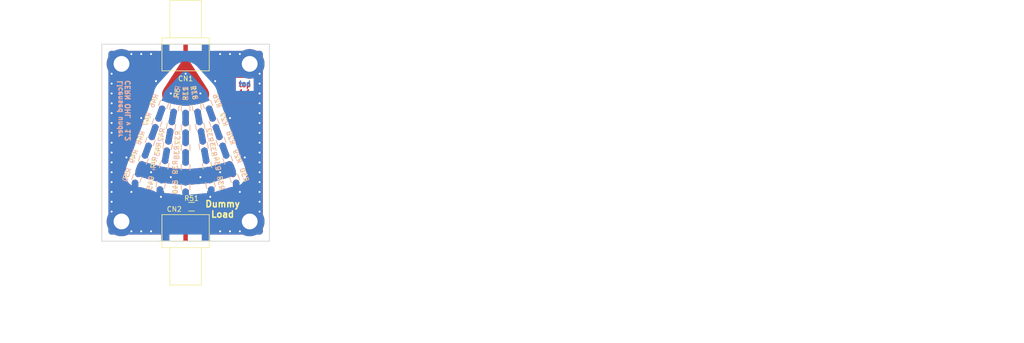
<source format=kicad_pcb>
(kicad_pcb (version 20171130) (host pcbnew 5.0.2-bee76a0~70~ubuntu18.04.1)

  (general
    (thickness 1.6)
    (drawings 21)
    (tracks 200)
    (zones 0)
    (modules 54)
    (nets 35)
  )

  (page A4)
  (title_block
    (title "ArduTrx Dummy Load")
    (date 2019-07-24)
    (rev 1.1)
    (company generationmake)
  )

  (layers
    (0 F.Cu signal)
    (31 B.Cu signal)
    (32 B.Adhes user)
    (33 F.Adhes user)
    (34 B.Paste user)
    (35 F.Paste user)
    (36 B.SilkS user)
    (37 F.SilkS user)
    (38 B.Mask user)
    (39 F.Mask user)
    (40 Dwgs.User user)
    (41 Cmts.User user)
    (42 Eco1.User user)
    (43 Eco2.User user)
    (44 Edge.Cuts user)
    (45 Margin user)
    (46 B.CrtYd user)
    (47 F.CrtYd user)
    (48 B.Fab user)
    (49 F.Fab user)
  )

  (setup
    (last_trace_width 1.3)
    (user_trace_width 1.3)
    (trace_clearance 0.2)
    (zone_clearance 2)
    (zone_45_only no)
    (trace_min 0.2)
    (segment_width 0.2)
    (edge_width 0.15)
    (via_size 0.8)
    (via_drill 0.4)
    (via_min_size 0.4)
    (via_min_drill 0.3)
    (uvia_size 0.3)
    (uvia_drill 0.1)
    (uvias_allowed no)
    (uvia_min_size 0.2)
    (uvia_min_drill 0.1)
    (pcb_text_width 0.3)
    (pcb_text_size 1.5 1.5)
    (mod_edge_width 0.15)
    (mod_text_size 1 1)
    (mod_text_width 0.15)
    (pad_size 1.524 1.524)
    (pad_drill 0.762)
    (pad_to_mask_clearance 0.051)
    (solder_mask_min_width 0.25)
    (aux_axis_origin 0 0)
    (visible_elements FFFFFF7F)
    (pcbplotparams
      (layerselection 0x010fc_ffffffff)
      (usegerberextensions true)
      (usegerberattributes false)
      (usegerberadvancedattributes false)
      (creategerberjobfile false)
      (excludeedgelayer true)
      (linewidth 0.100000)
      (plotframeref false)
      (viasonmask false)
      (mode 1)
      (useauxorigin false)
      (hpglpennumber 1)
      (hpglpenspeed 20)
      (hpglpendiameter 15.000000)
      (psnegative false)
      (psa4output false)
      (plotreference true)
      (plotvalue true)
      (plotinvisibletext false)
      (padsonsilk false)
      (subtractmaskfromsilk false)
      (outputformat 1)
      (mirror false)
      (drillshape 0)
      (scaleselection 1)
      (outputdirectory "../gerber"))
  )

  (net 0 "")
  (net 1 /HF_IN)
  (net 2 GND)
  (net 3 /HF_OUT)
  (net 4 "Net-(R1-Pad2)")
  (net 5 "Net-(R2-Pad2)")
  (net 6 "Net-(R3-Pad2)")
  (net 7 "Net-(R6-Pad2)")
  (net 8 "Net-(R7-Pad2)")
  (net 9 "Net-(R8-Pad2)")
  (net 10 "Net-(R10-Pad1)")
  (net 11 "Net-(R11-Pad2)")
  (net 12 "Net-(R12-Pad2)")
  (net 13 "Net-(R13-Pad2)")
  (net 14 "Net-(R16-Pad2)")
  (net 15 "Net-(R17-Pad2)")
  (net 16 "Net-(R18-Pad2)")
  (net 17 "Net-(R21-Pad2)")
  (net 18 "Net-(R22-Pad2)")
  (net 19 "Net-(R23-Pad2)")
  (net 20 "Net-(R26-Pad2)")
  (net 21 "Net-(R27-Pad2)")
  (net 22 "Net-(R28-Pad2)")
  (net 23 "Net-(R31-Pad2)")
  (net 24 "Net-(R32-Pad2)")
  (net 25 "Net-(R33-Pad2)")
  (net 26 "Net-(R36-Pad2)")
  (net 27 "Net-(R37-Pad2)")
  (net 28 "Net-(R38-Pad2)")
  (net 29 "Net-(R41-Pad2)")
  (net 30 "Net-(R42-Pad2)")
  (net 31 "Net-(R43-Pad2)")
  (net 32 "Net-(R46-Pad2)")
  (net 33 "Net-(R47-Pad2)")
  (net 34 "Net-(R48-Pad2)")

  (net_class Default "This is the default net class."
    (clearance 0.2)
    (trace_width 0.25)
    (via_dia 0.8)
    (via_drill 0.4)
    (uvia_dia 0.3)
    (uvia_drill 0.1)
    (add_net /HF_IN)
    (add_net /HF_OUT)
    (add_net GND)
    (add_net "Net-(R1-Pad2)")
    (add_net "Net-(R10-Pad1)")
    (add_net "Net-(R11-Pad2)")
    (add_net "Net-(R12-Pad2)")
    (add_net "Net-(R13-Pad2)")
    (add_net "Net-(R16-Pad2)")
    (add_net "Net-(R17-Pad2)")
    (add_net "Net-(R18-Pad2)")
    (add_net "Net-(R2-Pad2)")
    (add_net "Net-(R21-Pad2)")
    (add_net "Net-(R22-Pad2)")
    (add_net "Net-(R23-Pad2)")
    (add_net "Net-(R26-Pad2)")
    (add_net "Net-(R27-Pad2)")
    (add_net "Net-(R28-Pad2)")
    (add_net "Net-(R3-Pad2)")
    (add_net "Net-(R31-Pad2)")
    (add_net "Net-(R32-Pad2)")
    (add_net "Net-(R33-Pad2)")
    (add_net "Net-(R36-Pad2)")
    (add_net "Net-(R37-Pad2)")
    (add_net "Net-(R38-Pad2)")
    (add_net "Net-(R41-Pad2)")
    (add_net "Net-(R42-Pad2)")
    (add_net "Net-(R43-Pad2)")
    (add_net "Net-(R46-Pad2)")
    (add_net "Net-(R47-Pad2)")
    (add_net "Net-(R48-Pad2)")
    (add_net "Net-(R6-Pad2)")
    (add_net "Net-(R7-Pad2)")
    (add_net "Net-(R8-Pad2)")
  )

  (module resistors:R_0805 (layer F.Cu) (tedit 5CC4B982) (tstamp 5CC4AE44)
    (at 100 129 270)
    (descr "Resistor SMD 0805, reflow soldering, Vishay (see dcrcw.pdf)")
    (tags "resistor 0805")
    (path /5CC4AE93)
    (attr smd)
    (fp_text reference R15 (at 0 2.1 270) (layer F.SilkS)
      (effects (font (size 1 1) (thickness 0.15)))
    )
    (fp_text value 62R (at 0 2.1 270) (layer F.Fab)
      (effects (font (size 1 1) (thickness 0.15)))
    )
    (fp_line (start -1.6 -1) (end 1.6 -1) (layer F.CrtYd) (width 0.05))
    (fp_line (start -1.6 1) (end 1.6 1) (layer F.CrtYd) (width 0.05))
    (fp_line (start -1.6 -1) (end -1.6 1) (layer F.CrtYd) (width 0.05))
    (fp_line (start 1.6 -1) (end 1.6 1) (layer F.CrtYd) (width 0.05))
    (fp_line (start 0.6 0.875) (end -0.6 0.875) (layer F.SilkS) (width 0.15))
    (fp_line (start -0.6 -0.875) (end 0.6 -0.875) (layer F.SilkS) (width 0.15))
    (pad 1 smd rect (at -0.95 0 270) (size 0.7 1.3) (layers F.Cu F.Paste F.Mask)
      (net 10 "Net-(R10-Pad1)"))
    (pad 2 smd rect (at 0.95 0 270) (size 0.7 1.3) (layers F.Cu F.Paste F.Mask)
      (net 3 /HF_OUT))
    (model resistors.3dshapes/R_0805.wrl
      (at (xyz 0 0 0))
      (scale (xyz 1 1 1))
      (rotate (xyz 0 0 0))
    )
  )

  (module CON_wuerth:WR-SMA-PCB (layer F.Cu) (tedit 5CC4B9F7) (tstamp 5CC4AD7F)
    (at 100 100 180)
    (path /5CC4AA26)
    (fp_text reference CN1 (at 0 -7 180) (layer F.SilkS)
      (effects (font (size 1 1) (thickness 0.15)))
    )
    (fp_text value CON-SMA-EDGE-S-ND (at 0 -0.5 180) (layer F.Fab)
      (effects (font (size 1 1) (thickness 0.15)))
    )
    (fp_line (start -4.8 1.3) (end -4.8 -5.4) (layer F.SilkS) (width 0.15))
    (fp_line (start 4.8 1.3) (end -4.8 1.3) (layer F.SilkS) (width 0.15))
    (fp_line (start 4.8 -5.4) (end 4.8 1.3) (layer F.SilkS) (width 0.15))
    (fp_line (start -4.8 -5.4) (end 4.8 -5.4) (layer F.SilkS) (width 0.15))
    (fp_line (start -5.5 0) (end 5.5 0) (layer F.SilkS) (width 0.15))
    (fp_line (start 3.2 8.9) (end 3.2 1.3) (layer F.SilkS) (width 0.15))
    (fp_line (start -3.2 8.9) (end 3.2 8.9) (layer F.SilkS) (width 0.15))
    (fp_line (start -3.2 1.3) (end -3.2 8.9) (layer F.SilkS) (width 0.15))
    (pad 1 smd rect (at 0 -2.8 180) (size 0.9 5.6) (layers F.Cu F.Paste F.Mask)
      (net 1 /HF_IN))
    (pad 2 smd rect (at -4.125 -2.8 180) (size 1.65 5.6) (layers F.Cu F.Paste F.Mask)
      (net 2 GND))
    (pad 5 smd rect (at 4.125 -2.8 180) (size 1.65 5.6) (layers B.Cu B.Paste B.Mask)
      (net 2 GND))
    (pad 4 smd rect (at -4.125 -2.8 180) (size 1.65 5.6) (layers B.Cu B.Paste B.Mask)
      (net 2 GND))
    (pad 3 smd rect (at 4.125 -2.8 180) (size 1.65 5.6) (layers F.Cu F.Paste F.Mask)
      (net 2 GND))
    (model "${KISYS3DMOD}/CON_wuerth/60312202114509 (rev1).STEP"
      (offset (xyz 0 -9 0.5))
      (scale (xyz 1 1 1))
      (rotate (xyz 90 -180 90))
    )
  )

  (module CON_wuerth:WR-SMA-PCB (layer F.Cu) (tedit 5BA2BA03) (tstamp 5CC4AD90)
    (at 100 140)
    (path /5CC87714)
    (fp_text reference CN2 (at -2.3 -6.5) (layer F.SilkS)
      (effects (font (size 1 1) (thickness 0.15)))
    )
    (fp_text value CON-SMA-EDGE-S-ND (at 0 -0.5) (layer F.Fab)
      (effects (font (size 1 1) (thickness 0.15)))
    )
    (fp_line (start -3.2 1.3) (end -3.2 8.9) (layer F.SilkS) (width 0.15))
    (fp_line (start -3.2 8.9) (end 3.2 8.9) (layer F.SilkS) (width 0.15))
    (fp_line (start 3.2 8.9) (end 3.2 1.3) (layer F.SilkS) (width 0.15))
    (fp_line (start -5.5 0) (end 5.5 0) (layer F.SilkS) (width 0.15))
    (fp_line (start -4.8 -5.4) (end 4.8 -5.4) (layer F.SilkS) (width 0.15))
    (fp_line (start 4.8 -5.4) (end 4.8 1.3) (layer F.SilkS) (width 0.15))
    (fp_line (start 4.8 1.3) (end -4.8 1.3) (layer F.SilkS) (width 0.15))
    (fp_line (start -4.8 1.3) (end -4.8 -5.4) (layer F.SilkS) (width 0.15))
    (pad 3 smd rect (at 4.125 -2.8) (size 1.65 5.6) (layers F.Cu F.Paste F.Mask)
      (net 2 GND))
    (pad 4 smd rect (at -4.125 -2.8) (size 1.65 5.6) (layers B.Cu B.Paste B.Mask)
      (net 2 GND))
    (pad 5 smd rect (at 4.125 -2.8) (size 1.65 5.6) (layers B.Cu B.Paste B.Mask)
      (net 2 GND))
    (pad 2 smd rect (at -4.125 -2.8) (size 1.65 5.6) (layers F.Cu F.Paste F.Mask)
      (net 2 GND))
    (pad 1 smd rect (at 0 -2.8) (size 0.9 5.6) (layers F.Cu F.Paste F.Mask)
      (net 3 /HF_OUT))
    (model "${KISYS3DMOD}/CON_wuerth/60312202114509 (rev1).STEP"
      (offset (xyz 0 -9 0.5))
      (scale (xyz 1 1 1))
      (rotate (xyz 90 -180 90))
    )
  )

  (module resistors:R_0805 (layer F.Cu) (tedit 5CC4B963) (tstamp 5CC4AD9C)
    (at 95.553738 112.216004 250)
    (descr "Resistor SMD 0805, reflow soldering, Vishay (see dcrcw.pdf)")
    (tags "resistor 0805")
    (path /5CC4A90F)
    (attr smd)
    (fp_text reference R1 (at 0 2.1 250) (layer F.SilkS)
      (effects (font (size 1 1) (thickness 0.15)))
    )
    (fp_text value 100R (at 0 2.1 250) (layer F.Fab)
      (effects (font (size 1 1) (thickness 0.15)))
    )
    (fp_line (start -1.6 -1) (end 1.6 -1) (layer F.CrtYd) (width 0.05))
    (fp_line (start -1.6 1) (end 1.6 1) (layer F.CrtYd) (width 0.05))
    (fp_line (start -1.6 -1) (end -1.6 1) (layer F.CrtYd) (width 0.05))
    (fp_line (start 1.6 -1) (end 1.6 1) (layer F.CrtYd) (width 0.05))
    (fp_line (start 0.6 0.875) (end -0.6 0.875) (layer F.SilkS) (width 0.15))
    (fp_line (start -0.6 -0.875) (end 0.6 -0.875) (layer F.SilkS) (width 0.15))
    (pad 1 smd rect (at -0.95 0 250) (size 0.7 1.3) (layers F.Cu F.Paste F.Mask)
      (net 1 /HF_IN))
    (pad 2 smd rect (at 0.95 0 250) (size 0.7 1.3) (layers F.Cu F.Paste F.Mask)
      (net 4 "Net-(R1-Pad2)"))
    (model resistors.3dshapes/R_0805.wrl
      (at (xyz 0 0 0))
      (scale (xyz 1 1 1))
      (rotate (xyz 0 0 0))
    )
  )

  (module resistors:R_0805 (layer F.Cu) (tedit 5CC4B968) (tstamp 5CC4ADA8)
    (at 94.185658 115.974775 250)
    (descr "Resistor SMD 0805, reflow soldering, Vishay (see dcrcw.pdf)")
    (tags "resistor 0805")
    (path /5CC4AB11)
    (attr smd)
    (fp_text reference R2 (at 0 2.1 250) (layer F.SilkS)
      (effects (font (size 1 1) (thickness 0.15)))
    )
    (fp_text value 100R (at 0 2.1 250) (layer F.Fab)
      (effects (font (size 1 1) (thickness 0.15)))
    )
    (fp_line (start -0.6 -0.875) (end 0.6 -0.875) (layer F.SilkS) (width 0.15))
    (fp_line (start 0.6 0.875) (end -0.6 0.875) (layer F.SilkS) (width 0.15))
    (fp_line (start 1.6 -1) (end 1.6 1) (layer F.CrtYd) (width 0.05))
    (fp_line (start -1.6 -1) (end -1.6 1) (layer F.CrtYd) (width 0.05))
    (fp_line (start -1.6 1) (end 1.6 1) (layer F.CrtYd) (width 0.05))
    (fp_line (start -1.6 -1) (end 1.6 -1) (layer F.CrtYd) (width 0.05))
    (pad 2 smd rect (at 0.95 0 250) (size 0.7 1.3) (layers F.Cu F.Paste F.Mask)
      (net 5 "Net-(R2-Pad2)"))
    (pad 1 smd rect (at -0.95 0 250) (size 0.7 1.3) (layers F.Cu F.Paste F.Mask)
      (net 4 "Net-(R1-Pad2)"))
    (model resistors.3dshapes/R_0805.wrl
      (at (xyz 0 0 0))
      (scale (xyz 1 1 1))
      (rotate (xyz 0 0 0))
    )
  )

  (module resistors:R_0805 (layer F.Cu) (tedit 5CC4B96D) (tstamp 5CC4ADB4)
    (at 92.817577 119.733545 250)
    (descr "Resistor SMD 0805, reflow soldering, Vishay (see dcrcw.pdf)")
    (tags "resistor 0805")
    (path /5CC4AB2B)
    (attr smd)
    (fp_text reference R3 (at 0 2.1 250) (layer F.SilkS)
      (effects (font (size 1 1) (thickness 0.15)))
    )
    (fp_text value 100R (at 0 2.1 250) (layer F.Fab)
      (effects (font (size 1 1) (thickness 0.15)))
    )
    (fp_line (start -1.6 -1) (end 1.6 -1) (layer F.CrtYd) (width 0.05))
    (fp_line (start -1.6 1) (end 1.6 1) (layer F.CrtYd) (width 0.05))
    (fp_line (start -1.6 -1) (end -1.6 1) (layer F.CrtYd) (width 0.05))
    (fp_line (start 1.6 -1) (end 1.6 1) (layer F.CrtYd) (width 0.05))
    (fp_line (start 0.6 0.875) (end -0.6 0.875) (layer F.SilkS) (width 0.15))
    (fp_line (start -0.6 -0.875) (end 0.6 -0.875) (layer F.SilkS) (width 0.15))
    (pad 1 smd rect (at -0.95 0 250) (size 0.7 1.3) (layers F.Cu F.Paste F.Mask)
      (net 5 "Net-(R2-Pad2)"))
    (pad 2 smd rect (at 0.95 0 250) (size 0.7 1.3) (layers F.Cu F.Paste F.Mask)
      (net 6 "Net-(R3-Pad2)"))
    (model resistors.3dshapes/R_0805.wrl
      (at (xyz 0 0 0))
      (scale (xyz 1 1 1))
      (rotate (xyz 0 0 0))
    )
  )

  (module resistors:R_0805 (layer F.Cu) (tedit 5CC4B972) (tstamp 5CC4ADC0)
    (at 91.449496 123.492315 250)
    (descr "Resistor SMD 0805, reflow soldering, Vishay (see dcrcw.pdf)")
    (tags "resistor 0805")
    (path /5CC4AB47)
    (attr smd)
    (fp_text reference R4 (at 0 2.1 250) (layer F.SilkS)
      (effects (font (size 1 1) (thickness 0.15)))
    )
    (fp_text value 100R (at 0 2.1 250) (layer F.Fab)
      (effects (font (size 1 1) (thickness 0.15)))
    )
    (fp_line (start -0.6 -0.875) (end 0.6 -0.875) (layer F.SilkS) (width 0.15))
    (fp_line (start 0.6 0.875) (end -0.6 0.875) (layer F.SilkS) (width 0.15))
    (fp_line (start 1.6 -1) (end 1.6 1) (layer F.CrtYd) (width 0.05))
    (fp_line (start -1.6 -1) (end -1.6 1) (layer F.CrtYd) (width 0.05))
    (fp_line (start -1.6 1) (end 1.6 1) (layer F.CrtYd) (width 0.05))
    (fp_line (start -1.6 -1) (end 1.6 -1) (layer F.CrtYd) (width 0.05))
    (pad 2 smd rect (at 0.95 0 250) (size 0.7 1.3) (layers F.Cu F.Paste F.Mask)
      (net 10 "Net-(R10-Pad1)"))
    (pad 1 smd rect (at -0.95 0 250) (size 0.7 1.3) (layers F.Cu F.Paste F.Mask)
      (net 6 "Net-(R3-Pad2)"))
    (model resistors.3dshapes/R_0805.wrl
      (at (xyz 0 0 0))
      (scale (xyz 1 1 1))
      (rotate (xyz 0 0 0))
    )
  )

  (module resistors:R_0805 (layer F.Cu) (tedit 5CC4B976) (tstamp 5CC4ADCC)
    (at 90.081416 127.251086 250)
    (descr "Resistor SMD 0805, reflow soldering, Vishay (see dcrcw.pdf)")
    (tags "resistor 0805")
    (path /5CC4AB65)
    (attr smd)
    (fp_text reference R5 (at 0 2.1 250) (layer F.SilkS)
      (effects (font (size 1 1) (thickness 0.15)))
    )
    (fp_text value 100R (at 0 2.1 250) (layer F.Fab)
      (effects (font (size 1 1) (thickness 0.15)))
    )
    (fp_line (start -1.6 -1) (end 1.6 -1) (layer F.CrtYd) (width 0.05))
    (fp_line (start -1.6 1) (end 1.6 1) (layer F.CrtYd) (width 0.05))
    (fp_line (start -1.6 -1) (end -1.6 1) (layer F.CrtYd) (width 0.05))
    (fp_line (start 1.6 -1) (end 1.6 1) (layer F.CrtYd) (width 0.05))
    (fp_line (start 0.6 0.875) (end -0.6 0.875) (layer F.SilkS) (width 0.15))
    (fp_line (start -0.6 -0.875) (end 0.6 -0.875) (layer F.SilkS) (width 0.15))
    (pad 1 smd rect (at -0.95 0 250) (size 0.7 1.3) (layers F.Cu F.Paste F.Mask)
      (net 10 "Net-(R10-Pad1)"))
    (pad 2 smd rect (at 0.95 0 250) (size 0.7 1.3) (layers F.Cu F.Paste F.Mask)
      (net 2 GND))
    (model resistors.3dshapes/R_0805.wrl
      (at (xyz 0 0 0))
      (scale (xyz 1 1 1))
      (rotate (xyz 0 0 0))
    )
  )

  (module resistors:R_0805 (layer F.Cu) (tedit 5CC4B9DA) (tstamp 5CC4ADD8)
    (at 97.742574 112.8025 260)
    (descr "Resistor SMD 0805, reflow soldering, Vishay (see dcrcw.pdf)")
    (tags "resistor 0805")
    (path /5CC4AC34)
    (attr smd)
    (fp_text reference R6 (at -3 0 260) (layer F.SilkS)
      (effects (font (size 1 1) (thickness 0.15)))
    )
    (fp_text value 100R (at 0 2.1 260) (layer F.Fab)
      (effects (font (size 1 1) (thickness 0.15)))
    )
    (fp_line (start -1.6 -1) (end 1.6 -1) (layer F.CrtYd) (width 0.05))
    (fp_line (start -1.6 1) (end 1.6 1) (layer F.CrtYd) (width 0.05))
    (fp_line (start -1.6 -1) (end -1.6 1) (layer F.CrtYd) (width 0.05))
    (fp_line (start 1.6 -1) (end 1.6 1) (layer F.CrtYd) (width 0.05))
    (fp_line (start 0.6 0.875) (end -0.6 0.875) (layer F.SilkS) (width 0.15))
    (fp_line (start -0.6 -0.875) (end 0.6 -0.875) (layer F.SilkS) (width 0.15))
    (pad 1 smd rect (at -0.95 0 260) (size 0.7 1.3) (layers F.Cu F.Paste F.Mask)
      (net 1 /HF_IN))
    (pad 2 smd rect (at 0.95 0 260) (size 0.7 1.3) (layers F.Cu F.Paste F.Mask)
      (net 7 "Net-(R6-Pad2)"))
    (model resistors.3dshapes/R_0805.wrl
      (at (xyz 0 0 0))
      (scale (xyz 1 1 1))
      (rotate (xyz 0 0 0))
    )
  )

  (module resistors:R_0805 (layer F.Cu) (tedit 5CC4B9BA) (tstamp 5CC4ADE4)
    (at 97.047982 116.741731 260)
    (descr "Resistor SMD 0805, reflow soldering, Vishay (see dcrcw.pdf)")
    (tags "resistor 0805")
    (path /5CC4AC3A)
    (attr smd)
    (fp_text reference R7 (at 2 1.6 260) (layer F.SilkS)
      (effects (font (size 1 1) (thickness 0.15)))
    )
    (fp_text value 100R (at 0 2.1 260) (layer F.Fab)
      (effects (font (size 1 1) (thickness 0.15)))
    )
    (fp_line (start -0.6 -0.875) (end 0.6 -0.875) (layer F.SilkS) (width 0.15))
    (fp_line (start 0.6 0.875) (end -0.6 0.875) (layer F.SilkS) (width 0.15))
    (fp_line (start 1.6 -1) (end 1.6 1) (layer F.CrtYd) (width 0.05))
    (fp_line (start -1.6 -1) (end -1.6 1) (layer F.CrtYd) (width 0.05))
    (fp_line (start -1.6 1) (end 1.6 1) (layer F.CrtYd) (width 0.05))
    (fp_line (start -1.6 -1) (end 1.6 -1) (layer F.CrtYd) (width 0.05))
    (pad 2 smd rect (at 0.95 0 260) (size 0.7 1.3) (layers F.Cu F.Paste F.Mask)
      (net 8 "Net-(R7-Pad2)"))
    (pad 1 smd rect (at -0.95 0 260) (size 0.7 1.3) (layers F.Cu F.Paste F.Mask)
      (net 7 "Net-(R6-Pad2)"))
    (model resistors.3dshapes/R_0805.wrl
      (at (xyz 0 0 0))
      (scale (xyz 1 1 1))
      (rotate (xyz 0 0 0))
    )
  )

  (module resistors:R_0805 (layer F.Cu) (tedit 5CC4B992) (tstamp 5CC4ADF0)
    (at 96.353389 120.680962 260)
    (descr "Resistor SMD 0805, reflow soldering, Vishay (see dcrcw.pdf)")
    (tags "resistor 0805")
    (path /5CC4AC40)
    (attr smd)
    (fp_text reference R8 (at 1 1.8 260) (layer F.SilkS)
      (effects (font (size 1 1) (thickness 0.15)))
    )
    (fp_text value 100R (at 0 2.1 260) (layer F.Fab)
      (effects (font (size 1 1) (thickness 0.15)))
    )
    (fp_line (start -1.6 -1) (end 1.6 -1) (layer F.CrtYd) (width 0.05))
    (fp_line (start -1.6 1) (end 1.6 1) (layer F.CrtYd) (width 0.05))
    (fp_line (start -1.6 -1) (end -1.6 1) (layer F.CrtYd) (width 0.05))
    (fp_line (start 1.6 -1) (end 1.6 1) (layer F.CrtYd) (width 0.05))
    (fp_line (start 0.6 0.875) (end -0.6 0.875) (layer F.SilkS) (width 0.15))
    (fp_line (start -0.6 -0.875) (end 0.6 -0.875) (layer F.SilkS) (width 0.15))
    (pad 1 smd rect (at -0.95 0 260) (size 0.7 1.3) (layers F.Cu F.Paste F.Mask)
      (net 8 "Net-(R7-Pad2)"))
    (pad 2 smd rect (at 0.95 0 260) (size 0.7 1.3) (layers F.Cu F.Paste F.Mask)
      (net 9 "Net-(R8-Pad2)"))
    (model resistors.3dshapes/R_0805.wrl
      (at (xyz 0 0 0))
      (scale (xyz 1 1 1))
      (rotate (xyz 0 0 0))
    )
  )

  (module resistors:R_0805 (layer F.Cu) (tedit 5CC4B989) (tstamp 5CC4B7D5)
    (at 95.658796 124.620193 260)
    (descr "Resistor SMD 0805, reflow soldering, Vishay (see dcrcw.pdf)")
    (tags "resistor 0805")
    (path /5CC4AC46)
    (attr smd)
    (fp_text reference R9 (at 0 2.1 260) (layer F.SilkS)
      (effects (font (size 1 1) (thickness 0.15)))
    )
    (fp_text value 100R (at 0 2.1 260) (layer F.Fab)
      (effects (font (size 1 1) (thickness 0.15)))
    )
    (fp_line (start -0.6 -0.875) (end 0.6 -0.875) (layer F.SilkS) (width 0.15))
    (fp_line (start 0.6 0.875) (end -0.6 0.875) (layer F.SilkS) (width 0.15))
    (fp_line (start 1.6 -1) (end 1.6 1) (layer F.CrtYd) (width 0.05))
    (fp_line (start -1.6 -1) (end -1.6 1) (layer F.CrtYd) (width 0.05))
    (fp_line (start -1.6 1) (end 1.6 1) (layer F.CrtYd) (width 0.05))
    (fp_line (start -1.6 -1) (end 1.6 -1) (layer F.CrtYd) (width 0.05))
    (pad 2 smd rect (at 0.95 0 260) (size 0.7 1.3) (layers F.Cu F.Paste F.Mask)
      (net 10 "Net-(R10-Pad1)"))
    (pad 1 smd rect (at -0.95 0 260) (size 0.7 1.3) (layers F.Cu F.Paste F.Mask)
      (net 9 "Net-(R8-Pad2)"))
    (model resistors.3dshapes/R_0805.wrl
      (at (xyz 0 0 0))
      (scale (xyz 1 1 1))
      (rotate (xyz 0 0 0))
    )
  )

  (module resistors:R_0805 (layer F.Cu) (tedit 5CC4B97B) (tstamp 5CC4AE08)
    (at 94.964204 128.559424 260)
    (descr "Resistor SMD 0805, reflow soldering, Vishay (see dcrcw.pdf)")
    (tags "resistor 0805")
    (path /5CC4AC4C)
    (attr smd)
    (fp_text reference R10 (at 0 2.1 260) (layer F.SilkS)
      (effects (font (size 1 1) (thickness 0.15)))
    )
    (fp_text value 100R (at 0 2.1 260) (layer F.Fab)
      (effects (font (size 1 1) (thickness 0.15)))
    )
    (fp_line (start -1.6 -1) (end 1.6 -1) (layer F.CrtYd) (width 0.05))
    (fp_line (start -1.6 1) (end 1.6 1) (layer F.CrtYd) (width 0.05))
    (fp_line (start -1.6 -1) (end -1.6 1) (layer F.CrtYd) (width 0.05))
    (fp_line (start 1.6 -1) (end 1.6 1) (layer F.CrtYd) (width 0.05))
    (fp_line (start 0.6 0.875) (end -0.6 0.875) (layer F.SilkS) (width 0.15))
    (fp_line (start -0.6 -0.875) (end 0.6 -0.875) (layer F.SilkS) (width 0.15))
    (pad 1 smd rect (at -0.95 0 260) (size 0.7 1.3) (layers F.Cu F.Paste F.Mask)
      (net 10 "Net-(R10-Pad1)"))
    (pad 2 smd rect (at 0.95 0 260) (size 0.7 1.3) (layers F.Cu F.Paste F.Mask)
      (net 2 GND))
    (model resistors.3dshapes/R_0805.wrl
      (at (xyz 0 0 0))
      (scale (xyz 1 1 1))
      (rotate (xyz 0 0 0))
    )
  )

  (module resistors:R_0805 (layer F.Cu) (tedit 5CC4B9E1) (tstamp 5CC4AE14)
    (at 100 113 270)
    (descr "Resistor SMD 0805, reflow soldering, Vishay (see dcrcw.pdf)")
    (tags "resistor 0805")
    (path /5CC4AE7B)
    (attr smd)
    (fp_text reference R11 (at -3 0 270) (layer F.SilkS)
      (effects (font (size 1 1) (thickness 0.15)))
    )
    (fp_text value 100R (at 0 2.1 270) (layer F.Fab)
      (effects (font (size 1 1) (thickness 0.15)))
    )
    (fp_line (start -1.6 -1) (end 1.6 -1) (layer F.CrtYd) (width 0.05))
    (fp_line (start -1.6 1) (end 1.6 1) (layer F.CrtYd) (width 0.05))
    (fp_line (start -1.6 -1) (end -1.6 1) (layer F.CrtYd) (width 0.05))
    (fp_line (start 1.6 -1) (end 1.6 1) (layer F.CrtYd) (width 0.05))
    (fp_line (start 0.6 0.875) (end -0.6 0.875) (layer F.SilkS) (width 0.15))
    (fp_line (start -0.6 -0.875) (end 0.6 -0.875) (layer F.SilkS) (width 0.15))
    (pad 1 smd rect (at -0.95 0 270) (size 0.7 1.3) (layers F.Cu F.Paste F.Mask)
      (net 1 /HF_IN))
    (pad 2 smd rect (at 0.95 0 270) (size 0.7 1.3) (layers F.Cu F.Paste F.Mask)
      (net 11 "Net-(R11-Pad2)"))
    (model resistors.3dshapes/R_0805.wrl
      (at (xyz 0 0 0))
      (scale (xyz 1 1 1))
      (rotate (xyz 0 0 0))
    )
  )

  (module resistors:R_0805 (layer F.Cu) (tedit 5CC4B9C4) (tstamp 5CC4AE20)
    (at 100 117 270)
    (descr "Resistor SMD 0805, reflow soldering, Vishay (see dcrcw.pdf)")
    (tags "resistor 0805")
    (path /5CC4AE81)
    (attr smd)
    (fp_text reference R12 (at 2 1.6 270) (layer F.SilkS)
      (effects (font (size 1 1) (thickness 0.15)))
    )
    (fp_text value 100R (at 0 2.1 270) (layer F.Fab)
      (effects (font (size 1 1) (thickness 0.15)))
    )
    (fp_line (start -0.6 -0.875) (end 0.6 -0.875) (layer F.SilkS) (width 0.15))
    (fp_line (start 0.6 0.875) (end -0.6 0.875) (layer F.SilkS) (width 0.15))
    (fp_line (start 1.6 -1) (end 1.6 1) (layer F.CrtYd) (width 0.05))
    (fp_line (start -1.6 -1) (end -1.6 1) (layer F.CrtYd) (width 0.05))
    (fp_line (start -1.6 1) (end 1.6 1) (layer F.CrtYd) (width 0.05))
    (fp_line (start -1.6 -1) (end 1.6 -1) (layer F.CrtYd) (width 0.05))
    (pad 2 smd rect (at 0.95 0 270) (size 0.7 1.3) (layers F.Cu F.Paste F.Mask)
      (net 12 "Net-(R12-Pad2)"))
    (pad 1 smd rect (at -0.95 0 270) (size 0.7 1.3) (layers F.Cu F.Paste F.Mask)
      (net 11 "Net-(R11-Pad2)"))
    (model resistors.3dshapes/R_0805.wrl
      (at (xyz 0 0 0))
      (scale (xyz 1 1 1))
      (rotate (xyz 0 0 0))
    )
  )

  (module resistors:R_0805 (layer F.Cu) (tedit 5CC4B9AA) (tstamp 5CC4AE2C)
    (at 100 121 270)
    (descr "Resistor SMD 0805, reflow soldering, Vishay (see dcrcw.pdf)")
    (tags "resistor 0805")
    (path /5CC4AE87)
    (attr smd)
    (fp_text reference R13 (at 1 1.8 270) (layer F.SilkS)
      (effects (font (size 1 1) (thickness 0.15)))
    )
    (fp_text value 100R (at 0 2.1 270) (layer F.Fab)
      (effects (font (size 1 1) (thickness 0.15)))
    )
    (fp_line (start -1.6 -1) (end 1.6 -1) (layer F.CrtYd) (width 0.05))
    (fp_line (start -1.6 1) (end 1.6 1) (layer F.CrtYd) (width 0.05))
    (fp_line (start -1.6 -1) (end -1.6 1) (layer F.CrtYd) (width 0.05))
    (fp_line (start 1.6 -1) (end 1.6 1) (layer F.CrtYd) (width 0.05))
    (fp_line (start 0.6 0.875) (end -0.6 0.875) (layer F.SilkS) (width 0.15))
    (fp_line (start -0.6 -0.875) (end 0.6 -0.875) (layer F.SilkS) (width 0.15))
    (pad 1 smd rect (at -0.95 0 270) (size 0.7 1.3) (layers F.Cu F.Paste F.Mask)
      (net 12 "Net-(R12-Pad2)"))
    (pad 2 smd rect (at 0.95 0 270) (size 0.7 1.3) (layers F.Cu F.Paste F.Mask)
      (net 13 "Net-(R13-Pad2)"))
    (model resistors.3dshapes/R_0805.wrl
      (at (xyz 0 0 0))
      (scale (xyz 1 1 1))
      (rotate (xyz 0 0 0))
    )
  )

  (module resistors:R_0805 (layer F.Cu) (tedit 5CC4B9B0) (tstamp 5CC4AE38)
    (at 100 125 270)
    (descr "Resistor SMD 0805, reflow soldering, Vishay (see dcrcw.pdf)")
    (tags "resistor 0805")
    (path /5CC4AE8D)
    (attr smd)
    (fp_text reference R14 (at 0 2.1 270) (layer F.SilkS)
      (effects (font (size 1 1) (thickness 0.15)))
    )
    (fp_text value 100R (at 0 2.1 270) (layer F.Fab)
      (effects (font (size 1 1) (thickness 0.15)))
    )
    (fp_line (start -0.6 -0.875) (end 0.6 -0.875) (layer F.SilkS) (width 0.15))
    (fp_line (start 0.6 0.875) (end -0.6 0.875) (layer F.SilkS) (width 0.15))
    (fp_line (start 1.6 -1) (end 1.6 1) (layer F.CrtYd) (width 0.05))
    (fp_line (start -1.6 -1) (end -1.6 1) (layer F.CrtYd) (width 0.05))
    (fp_line (start -1.6 1) (end 1.6 1) (layer F.CrtYd) (width 0.05))
    (fp_line (start -1.6 -1) (end 1.6 -1) (layer F.CrtYd) (width 0.05))
    (pad 2 smd rect (at 0.95 0 270) (size 0.7 1.3) (layers F.Cu F.Paste F.Mask)
      (net 10 "Net-(R10-Pad1)"))
    (pad 1 smd rect (at -0.95 0 270) (size 0.7 1.3) (layers F.Cu F.Paste F.Mask)
      (net 13 "Net-(R13-Pad2)"))
    (model resistors.3dshapes/R_0805.wrl
      (at (xyz 0 0 0))
      (scale (xyz 1 1 1))
      (rotate (xyz 0 0 0))
    )
  )

  (module resistors:R_0805 (layer F.Cu) (tedit 5CC4B9E8) (tstamp 5CC4AE50)
    (at 102.257426 112.8025 280)
    (descr "Resistor SMD 0805, reflow soldering, Vishay (see dcrcw.pdf)")
    (tags "resistor 0805")
    (path /5CC4AE9F)
    (attr smd)
    (fp_text reference R16 (at -3 0 280) (layer F.SilkS)
      (effects (font (size 1 1) (thickness 0.15)))
    )
    (fp_text value 100R (at 0 2.1 280) (layer F.Fab)
      (effects (font (size 1 1) (thickness 0.15)))
    )
    (fp_line (start -0.6 -0.875) (end 0.6 -0.875) (layer F.SilkS) (width 0.15))
    (fp_line (start 0.6 0.875) (end -0.6 0.875) (layer F.SilkS) (width 0.15))
    (fp_line (start 1.6 -1) (end 1.6 1) (layer F.CrtYd) (width 0.05))
    (fp_line (start -1.6 -1) (end -1.6 1) (layer F.CrtYd) (width 0.05))
    (fp_line (start -1.6 1) (end 1.6 1) (layer F.CrtYd) (width 0.05))
    (fp_line (start -1.6 -1) (end 1.6 -1) (layer F.CrtYd) (width 0.05))
    (pad 2 smd rect (at 0.95 0 280) (size 0.7 1.3) (layers F.Cu F.Paste F.Mask)
      (net 14 "Net-(R16-Pad2)"))
    (pad 1 smd rect (at -0.95 0 280) (size 0.7 1.3) (layers F.Cu F.Paste F.Mask)
      (net 1 /HF_IN))
    (model resistors.3dshapes/R_0805.wrl
      (at (xyz 0 0 0))
      (scale (xyz 1 1 1))
      (rotate (xyz 0 0 0))
    )
  )

  (module resistors:R_0805 (layer F.Cu) (tedit 5CC4B9CD) (tstamp 5CC4AE5C)
    (at 102.952018 116.741731 280)
    (descr "Resistor SMD 0805, reflow soldering, Vishay (see dcrcw.pdf)")
    (tags "resistor 0805")
    (path /5CC4AEA5)
    (attr smd)
    (fp_text reference R17 (at 2 -1.6 280) (layer F.SilkS)
      (effects (font (size 1 1) (thickness 0.15)))
    )
    (fp_text value 100R (at 0 2.1 280) (layer F.Fab)
      (effects (font (size 1 1) (thickness 0.15)))
    )
    (fp_line (start -1.6 -1) (end 1.6 -1) (layer F.CrtYd) (width 0.05))
    (fp_line (start -1.6 1) (end 1.6 1) (layer F.CrtYd) (width 0.05))
    (fp_line (start -1.6 -1) (end -1.6 1) (layer F.CrtYd) (width 0.05))
    (fp_line (start 1.6 -1) (end 1.6 1) (layer F.CrtYd) (width 0.05))
    (fp_line (start 0.6 0.875) (end -0.6 0.875) (layer F.SilkS) (width 0.15))
    (fp_line (start -0.6 -0.875) (end 0.6 -0.875) (layer F.SilkS) (width 0.15))
    (pad 1 smd rect (at -0.95 0 280) (size 0.7 1.3) (layers F.Cu F.Paste F.Mask)
      (net 14 "Net-(R16-Pad2)"))
    (pad 2 smd rect (at 0.95 0 280) (size 0.7 1.3) (layers F.Cu F.Paste F.Mask)
      (net 15 "Net-(R17-Pad2)"))
    (model resistors.3dshapes/R_0805.wrl
      (at (xyz 0 0 0))
      (scale (xyz 1 1 1))
      (rotate (xyz 0 0 0))
    )
  )

  (module resistors:R_0805 (layer F.Cu) (tedit 5CC4B9A6) (tstamp 5CC4AE68)
    (at 103.646611 120.680962 280)
    (descr "Resistor SMD 0805, reflow soldering, Vishay (see dcrcw.pdf)")
    (tags "resistor 0805")
    (path /5CC4AEAB)
    (attr smd)
    (fp_text reference R18 (at 1 -1.8 280) (layer F.SilkS)
      (effects (font (size 1 1) (thickness 0.15)))
    )
    (fp_text value 100R (at 0 2.1 280) (layer F.Fab)
      (effects (font (size 1 1) (thickness 0.15)))
    )
    (fp_line (start -0.6 -0.875) (end 0.6 -0.875) (layer F.SilkS) (width 0.15))
    (fp_line (start 0.6 0.875) (end -0.6 0.875) (layer F.SilkS) (width 0.15))
    (fp_line (start 1.6 -1) (end 1.6 1) (layer F.CrtYd) (width 0.05))
    (fp_line (start -1.6 -1) (end -1.6 1) (layer F.CrtYd) (width 0.05))
    (fp_line (start -1.6 1) (end 1.6 1) (layer F.CrtYd) (width 0.05))
    (fp_line (start -1.6 -1) (end 1.6 -1) (layer F.CrtYd) (width 0.05))
    (pad 2 smd rect (at 0.95 0 280) (size 0.7 1.3) (layers F.Cu F.Paste F.Mask)
      (net 16 "Net-(R18-Pad2)"))
    (pad 1 smd rect (at -0.95 0 280) (size 0.7 1.3) (layers F.Cu F.Paste F.Mask)
      (net 15 "Net-(R17-Pad2)"))
    (model resistors.3dshapes/R_0805.wrl
      (at (xyz 0 0 0))
      (scale (xyz 1 1 1))
      (rotate (xyz 0 0 0))
    )
  )

  (module resistors:R_0805 (layer F.Cu) (tedit 5415CDEB) (tstamp 5CC4AE74)
    (at 104.341204 124.620193 280)
    (descr "Resistor SMD 0805, reflow soldering, Vishay (see dcrcw.pdf)")
    (tags "resistor 0805")
    (path /5CC4AEB1)
    (attr smd)
    (fp_text reference R19 (at 0 -2.1 280) (layer F.SilkS)
      (effects (font (size 1 1) (thickness 0.15)))
    )
    (fp_text value 100R (at 0 2.1 280) (layer F.Fab)
      (effects (font (size 1 1) (thickness 0.15)))
    )
    (fp_line (start -1.6 -1) (end 1.6 -1) (layer F.CrtYd) (width 0.05))
    (fp_line (start -1.6 1) (end 1.6 1) (layer F.CrtYd) (width 0.05))
    (fp_line (start -1.6 -1) (end -1.6 1) (layer F.CrtYd) (width 0.05))
    (fp_line (start 1.6 -1) (end 1.6 1) (layer F.CrtYd) (width 0.05))
    (fp_line (start 0.6 0.875) (end -0.6 0.875) (layer F.SilkS) (width 0.15))
    (fp_line (start -0.6 -0.875) (end 0.6 -0.875) (layer F.SilkS) (width 0.15))
    (pad 1 smd rect (at -0.95 0 280) (size 0.7 1.3) (layers F.Cu F.Paste F.Mask)
      (net 16 "Net-(R18-Pad2)"))
    (pad 2 smd rect (at 0.95 0 280) (size 0.7 1.3) (layers F.Cu F.Paste F.Mask)
      (net 10 "Net-(R10-Pad1)"))
    (model resistors.3dshapes/R_0805.wrl
      (at (xyz 0 0 0))
      (scale (xyz 1 1 1))
      (rotate (xyz 0 0 0))
    )
  )

  (module resistors:R_0805 (layer F.Cu) (tedit 5415CDEB) (tstamp 5CC4AE80)
    (at 105.035796 128.559424 280)
    (descr "Resistor SMD 0805, reflow soldering, Vishay (see dcrcw.pdf)")
    (tags "resistor 0805")
    (path /5CC4AEB7)
    (attr smd)
    (fp_text reference R20 (at 0 -2.1 280) (layer F.SilkS)
      (effects (font (size 1 1) (thickness 0.15)))
    )
    (fp_text value 100R (at 0 2.1 280) (layer F.Fab)
      (effects (font (size 1 1) (thickness 0.15)))
    )
    (fp_line (start -0.6 -0.875) (end 0.6 -0.875) (layer F.SilkS) (width 0.15))
    (fp_line (start 0.6 0.875) (end -0.6 0.875) (layer F.SilkS) (width 0.15))
    (fp_line (start 1.6 -1) (end 1.6 1) (layer F.CrtYd) (width 0.05))
    (fp_line (start -1.6 -1) (end -1.6 1) (layer F.CrtYd) (width 0.05))
    (fp_line (start -1.6 1) (end 1.6 1) (layer F.CrtYd) (width 0.05))
    (fp_line (start -1.6 -1) (end 1.6 -1) (layer F.CrtYd) (width 0.05))
    (pad 2 smd rect (at 0.95 0 280) (size 0.7 1.3) (layers F.Cu F.Paste F.Mask)
      (net 2 GND))
    (pad 1 smd rect (at -0.95 0 280) (size 0.7 1.3) (layers F.Cu F.Paste F.Mask)
      (net 10 "Net-(R10-Pad1)"))
    (model resistors.3dshapes/R_0805.wrl
      (at (xyz 0 0 0))
      (scale (xyz 1 1 1))
      (rotate (xyz 0 0 0))
    )
  )

  (module resistors:R_0805 (layer F.Cu) (tedit 5415CDEB) (tstamp 5CC4AE8C)
    (at 104.446262 112.216004 290)
    (descr "Resistor SMD 0805, reflow soldering, Vishay (see dcrcw.pdf)")
    (tags "resistor 0805")
    (path /5CC4B28A)
    (attr smd)
    (fp_text reference R21 (at 0 -2.1 290) (layer F.SilkS)
      (effects (font (size 1 1) (thickness 0.15)))
    )
    (fp_text value 100R (at 0 2.1 290) (layer F.Fab)
      (effects (font (size 1 1) (thickness 0.15)))
    )
    (fp_line (start -1.6 -1) (end 1.6 -1) (layer F.CrtYd) (width 0.05))
    (fp_line (start -1.6 1) (end 1.6 1) (layer F.CrtYd) (width 0.05))
    (fp_line (start -1.6 -1) (end -1.6 1) (layer F.CrtYd) (width 0.05))
    (fp_line (start 1.6 -1) (end 1.6 1) (layer F.CrtYd) (width 0.05))
    (fp_line (start 0.6 0.875) (end -0.6 0.875) (layer F.SilkS) (width 0.15))
    (fp_line (start -0.6 -0.875) (end 0.6 -0.875) (layer F.SilkS) (width 0.15))
    (pad 1 smd rect (at -0.95 0 290) (size 0.7 1.3) (layers F.Cu F.Paste F.Mask)
      (net 1 /HF_IN))
    (pad 2 smd rect (at 0.95 0 290) (size 0.7 1.3) (layers F.Cu F.Paste F.Mask)
      (net 17 "Net-(R21-Pad2)"))
    (model resistors.3dshapes/R_0805.wrl
      (at (xyz 0 0 0))
      (scale (xyz 1 1 1))
      (rotate (xyz 0 0 0))
    )
  )

  (module resistors:R_0805 (layer F.Cu) (tedit 5415CDEB) (tstamp 5CC4AE98)
    (at 105.814342 115.974775 290)
    (descr "Resistor SMD 0805, reflow soldering, Vishay (see dcrcw.pdf)")
    (tags "resistor 0805")
    (path /5CC4B290)
    (attr smd)
    (fp_text reference R22 (at 0 -2.1 290) (layer F.SilkS)
      (effects (font (size 1 1) (thickness 0.15)))
    )
    (fp_text value 100R (at 0 2.1 290) (layer F.Fab)
      (effects (font (size 1 1) (thickness 0.15)))
    )
    (fp_line (start -0.6 -0.875) (end 0.6 -0.875) (layer F.SilkS) (width 0.15))
    (fp_line (start 0.6 0.875) (end -0.6 0.875) (layer F.SilkS) (width 0.15))
    (fp_line (start 1.6 -1) (end 1.6 1) (layer F.CrtYd) (width 0.05))
    (fp_line (start -1.6 -1) (end -1.6 1) (layer F.CrtYd) (width 0.05))
    (fp_line (start -1.6 1) (end 1.6 1) (layer F.CrtYd) (width 0.05))
    (fp_line (start -1.6 -1) (end 1.6 -1) (layer F.CrtYd) (width 0.05))
    (pad 2 smd rect (at 0.95 0 290) (size 0.7 1.3) (layers F.Cu F.Paste F.Mask)
      (net 18 "Net-(R22-Pad2)"))
    (pad 1 smd rect (at -0.95 0 290) (size 0.7 1.3) (layers F.Cu F.Paste F.Mask)
      (net 17 "Net-(R21-Pad2)"))
    (model resistors.3dshapes/R_0805.wrl
      (at (xyz 0 0 0))
      (scale (xyz 1 1 1))
      (rotate (xyz 0 0 0))
    )
  )

  (module resistors:R_0805 (layer F.Cu) (tedit 5415CDEB) (tstamp 5CC4AEA4)
    (at 107.182423 119.733545 290)
    (descr "Resistor SMD 0805, reflow soldering, Vishay (see dcrcw.pdf)")
    (tags "resistor 0805")
    (path /5CC4B296)
    (attr smd)
    (fp_text reference R23 (at 0 -2.1 290) (layer F.SilkS)
      (effects (font (size 1 1) (thickness 0.15)))
    )
    (fp_text value 100R (at 0 2.1 290) (layer F.Fab)
      (effects (font (size 1 1) (thickness 0.15)))
    )
    (fp_line (start -1.6 -1) (end 1.6 -1) (layer F.CrtYd) (width 0.05))
    (fp_line (start -1.6 1) (end 1.6 1) (layer F.CrtYd) (width 0.05))
    (fp_line (start -1.6 -1) (end -1.6 1) (layer F.CrtYd) (width 0.05))
    (fp_line (start 1.6 -1) (end 1.6 1) (layer F.CrtYd) (width 0.05))
    (fp_line (start 0.6 0.875) (end -0.6 0.875) (layer F.SilkS) (width 0.15))
    (fp_line (start -0.6 -0.875) (end 0.6 -0.875) (layer F.SilkS) (width 0.15))
    (pad 1 smd rect (at -0.95 0 290) (size 0.7 1.3) (layers F.Cu F.Paste F.Mask)
      (net 18 "Net-(R22-Pad2)"))
    (pad 2 smd rect (at 0.95 0 290) (size 0.7 1.3) (layers F.Cu F.Paste F.Mask)
      (net 19 "Net-(R23-Pad2)"))
    (model resistors.3dshapes/R_0805.wrl
      (at (xyz 0 0 0))
      (scale (xyz 1 1 1))
      (rotate (xyz 0 0 0))
    )
  )

  (module resistors:R_0805 (layer F.Cu) (tedit 5415CDEB) (tstamp 5CC4AEB0)
    (at 108.550504 123.492315 290)
    (descr "Resistor SMD 0805, reflow soldering, Vishay (see dcrcw.pdf)")
    (tags "resistor 0805")
    (path /5CC4B29C)
    (attr smd)
    (fp_text reference R24 (at 0 -2.1 290) (layer F.SilkS)
      (effects (font (size 1 1) (thickness 0.15)))
    )
    (fp_text value 100R (at 0 2.1 290) (layer F.Fab)
      (effects (font (size 1 1) (thickness 0.15)))
    )
    (fp_line (start -0.6 -0.875) (end 0.6 -0.875) (layer F.SilkS) (width 0.15))
    (fp_line (start 0.6 0.875) (end -0.6 0.875) (layer F.SilkS) (width 0.15))
    (fp_line (start 1.6 -1) (end 1.6 1) (layer F.CrtYd) (width 0.05))
    (fp_line (start -1.6 -1) (end -1.6 1) (layer F.CrtYd) (width 0.05))
    (fp_line (start -1.6 1) (end 1.6 1) (layer F.CrtYd) (width 0.05))
    (fp_line (start -1.6 -1) (end 1.6 -1) (layer F.CrtYd) (width 0.05))
    (pad 2 smd rect (at 0.95 0 290) (size 0.7 1.3) (layers F.Cu F.Paste F.Mask)
      (net 10 "Net-(R10-Pad1)"))
    (pad 1 smd rect (at -0.95 0 290) (size 0.7 1.3) (layers F.Cu F.Paste F.Mask)
      (net 19 "Net-(R23-Pad2)"))
    (model resistors.3dshapes/R_0805.wrl
      (at (xyz 0 0 0))
      (scale (xyz 1 1 1))
      (rotate (xyz 0 0 0))
    )
  )

  (module resistors:R_0805 (layer F.Cu) (tedit 5415CDEB) (tstamp 5CC4AEBC)
    (at 109.918584 127.251086 290)
    (descr "Resistor SMD 0805, reflow soldering, Vishay (see dcrcw.pdf)")
    (tags "resistor 0805")
    (path /5CC4B2A2)
    (attr smd)
    (fp_text reference R25 (at 0 -2.1 290) (layer F.SilkS)
      (effects (font (size 1 1) (thickness 0.15)))
    )
    (fp_text value 100R (at 0 2.1 290) (layer F.Fab)
      (effects (font (size 1 1) (thickness 0.15)))
    )
    (fp_line (start -1.6 -1) (end 1.6 -1) (layer F.CrtYd) (width 0.05))
    (fp_line (start -1.6 1) (end 1.6 1) (layer F.CrtYd) (width 0.05))
    (fp_line (start -1.6 -1) (end -1.6 1) (layer F.CrtYd) (width 0.05))
    (fp_line (start 1.6 -1) (end 1.6 1) (layer F.CrtYd) (width 0.05))
    (fp_line (start 0.6 0.875) (end -0.6 0.875) (layer F.SilkS) (width 0.15))
    (fp_line (start -0.6 -0.875) (end 0.6 -0.875) (layer F.SilkS) (width 0.15))
    (pad 1 smd rect (at -0.95 0 290) (size 0.7 1.3) (layers F.Cu F.Paste F.Mask)
      (net 10 "Net-(R10-Pad1)"))
    (pad 2 smd rect (at 0.95 0 290) (size 0.7 1.3) (layers F.Cu F.Paste F.Mask)
      (net 2 GND))
    (model resistors.3dshapes/R_0805.wrl
      (at (xyz 0 0 0))
      (scale (xyz 1 1 1))
      (rotate (xyz 0 0 0))
    )
  )

  (module resistors:R_0805 (layer B.Cu) (tedit 5CC4B83E) (tstamp 5CC4AEC8)
    (at 104.446262 112.216004 290)
    (descr "Resistor SMD 0805, reflow soldering, Vishay (see dcrcw.pdf)")
    (tags "resistor 0805")
    (path /5CC4B2AE)
    (attr smd)
    (fp_text reference R26 (at 0 -2.1 290) (layer B.SilkS)
      (effects (font (size 1 1) (thickness 0.15)) (justify mirror))
    )
    (fp_text value 100R (at 0 -2.1 290) (layer B.Fab)
      (effects (font (size 1 1) (thickness 0.15)) (justify mirror))
    )
    (fp_line (start -0.6 0.875) (end 0.6 0.875) (layer B.SilkS) (width 0.15))
    (fp_line (start 0.6 -0.875) (end -0.6 -0.875) (layer B.SilkS) (width 0.15))
    (fp_line (start 1.6 1) (end 1.6 -1) (layer B.CrtYd) (width 0.05))
    (fp_line (start -1.6 1) (end -1.6 -1) (layer B.CrtYd) (width 0.05))
    (fp_line (start -1.6 -1) (end 1.6 -1) (layer B.CrtYd) (width 0.05))
    (fp_line (start -1.6 1) (end 1.6 1) (layer B.CrtYd) (width 0.05))
    (pad 2 smd rect (at 0.95 0 290) (size 0.7 1.3) (layers B.Cu B.Paste B.Mask)
      (net 20 "Net-(R26-Pad2)"))
    (pad 1 smd rect (at -0.95 0 290) (size 0.7 1.3) (layers B.Cu B.Paste B.Mask)
      (net 1 /HF_IN))
    (model resistors.3dshapes/R_0805.wrl
      (at (xyz 0 0 0))
      (scale (xyz 1 1 1))
      (rotate (xyz 0 0 0))
    )
  )

  (module resistors:R_0805 (layer B.Cu) (tedit 5CC4B84A) (tstamp 5CC4AED4)
    (at 105.814342 115.974775 290)
    (descr "Resistor SMD 0805, reflow soldering, Vishay (see dcrcw.pdf)")
    (tags "resistor 0805")
    (path /5CC4B2B4)
    (attr smd)
    (fp_text reference R27 (at 0 -2.1 290) (layer B.SilkS)
      (effects (font (size 1 1) (thickness 0.15)) (justify mirror))
    )
    (fp_text value 100R (at 0 -2.1 290) (layer B.Fab)
      (effects (font (size 1 1) (thickness 0.15)) (justify mirror))
    )
    (fp_line (start -0.6 0.875) (end 0.6 0.875) (layer B.SilkS) (width 0.15))
    (fp_line (start 0.6 -0.875) (end -0.6 -0.875) (layer B.SilkS) (width 0.15))
    (fp_line (start 1.6 1) (end 1.6 -1) (layer B.CrtYd) (width 0.05))
    (fp_line (start -1.6 1) (end -1.6 -1) (layer B.CrtYd) (width 0.05))
    (fp_line (start -1.6 -1) (end 1.6 -1) (layer B.CrtYd) (width 0.05))
    (fp_line (start -1.6 1) (end 1.6 1) (layer B.CrtYd) (width 0.05))
    (pad 2 smd rect (at 0.95 0 290) (size 0.7 1.3) (layers B.Cu B.Paste B.Mask)
      (net 21 "Net-(R27-Pad2)"))
    (pad 1 smd rect (at -0.95 0 290) (size 0.7 1.3) (layers B.Cu B.Paste B.Mask)
      (net 20 "Net-(R26-Pad2)"))
    (model resistors.3dshapes/R_0805.wrl
      (at (xyz 0 0 0))
      (scale (xyz 1 1 1))
      (rotate (xyz 0 0 0))
    )
  )

  (module resistors:R_0805 (layer B.Cu) (tedit 5CC4B863) (tstamp 5CC4AEE0)
    (at 107.182423 119.733545 290)
    (descr "Resistor SMD 0805, reflow soldering, Vishay (see dcrcw.pdf)")
    (tags "resistor 0805")
    (path /5CC4B2BA)
    (attr smd)
    (fp_text reference R28 (at 0 -2.1 290) (layer B.SilkS)
      (effects (font (size 1 1) (thickness 0.15)) (justify mirror))
    )
    (fp_text value 100R (at 0 -2.1 290) (layer B.Fab)
      (effects (font (size 1 1) (thickness 0.15)) (justify mirror))
    )
    (fp_line (start -1.6 1) (end 1.6 1) (layer B.CrtYd) (width 0.05))
    (fp_line (start -1.6 -1) (end 1.6 -1) (layer B.CrtYd) (width 0.05))
    (fp_line (start -1.6 1) (end -1.6 -1) (layer B.CrtYd) (width 0.05))
    (fp_line (start 1.6 1) (end 1.6 -1) (layer B.CrtYd) (width 0.05))
    (fp_line (start 0.6 -0.875) (end -0.6 -0.875) (layer B.SilkS) (width 0.15))
    (fp_line (start -0.6 0.875) (end 0.6 0.875) (layer B.SilkS) (width 0.15))
    (pad 1 smd rect (at -0.95 0 290) (size 0.7 1.3) (layers B.Cu B.Paste B.Mask)
      (net 21 "Net-(R27-Pad2)"))
    (pad 2 smd rect (at 0.95 0 290) (size 0.7 1.3) (layers B.Cu B.Paste B.Mask)
      (net 22 "Net-(R28-Pad2)"))
    (model resistors.3dshapes/R_0805.wrl
      (at (xyz 0 0 0))
      (scale (xyz 1 1 1))
      (rotate (xyz 0 0 0))
    )
  )

  (module resistors:R_0805 (layer B.Cu) (tedit 5CC4B869) (tstamp 5CC4AEEC)
    (at 108.550504 123.492315 290)
    (descr "Resistor SMD 0805, reflow soldering, Vishay (see dcrcw.pdf)")
    (tags "resistor 0805")
    (path /5CC4B2C0)
    (attr smd)
    (fp_text reference R29 (at 0 -2.1 290) (layer B.SilkS)
      (effects (font (size 1 1) (thickness 0.15)) (justify mirror))
    )
    (fp_text value 100R (at 0 -2.1 290) (layer B.Fab)
      (effects (font (size 1 1) (thickness 0.15)) (justify mirror))
    )
    (fp_line (start -0.6 0.875) (end 0.6 0.875) (layer B.SilkS) (width 0.15))
    (fp_line (start 0.6 -0.875) (end -0.6 -0.875) (layer B.SilkS) (width 0.15))
    (fp_line (start 1.6 1) (end 1.6 -1) (layer B.CrtYd) (width 0.05))
    (fp_line (start -1.6 1) (end -1.6 -1) (layer B.CrtYd) (width 0.05))
    (fp_line (start -1.6 -1) (end 1.6 -1) (layer B.CrtYd) (width 0.05))
    (fp_line (start -1.6 1) (end 1.6 1) (layer B.CrtYd) (width 0.05))
    (pad 2 smd rect (at 0.95 0 290) (size 0.7 1.3) (layers B.Cu B.Paste B.Mask)
      (net 10 "Net-(R10-Pad1)"))
    (pad 1 smd rect (at -0.95 0 290) (size 0.7 1.3) (layers B.Cu B.Paste B.Mask)
      (net 22 "Net-(R28-Pad2)"))
    (model resistors.3dshapes/R_0805.wrl
      (at (xyz 0 0 0))
      (scale (xyz 1 1 1))
      (rotate (xyz 0 0 0))
    )
  )

  (module resistors:R_0805 (layer B.Cu) (tedit 5CC4B870) (tstamp 5CC4AEF8)
    (at 109.918584 127.251086 290)
    (descr "Resistor SMD 0805, reflow soldering, Vishay (see dcrcw.pdf)")
    (tags "resistor 0805")
    (path /5CC4B2C6)
    (attr smd)
    (fp_text reference R30 (at 0 -2.1 290) (layer B.SilkS)
      (effects (font (size 1 1) (thickness 0.15)) (justify mirror))
    )
    (fp_text value 100R (at 0 -2.1 290) (layer B.Fab)
      (effects (font (size 1 1) (thickness 0.15)) (justify mirror))
    )
    (fp_line (start -1.6 1) (end 1.6 1) (layer B.CrtYd) (width 0.05))
    (fp_line (start -1.6 -1) (end 1.6 -1) (layer B.CrtYd) (width 0.05))
    (fp_line (start -1.6 1) (end -1.6 -1) (layer B.CrtYd) (width 0.05))
    (fp_line (start 1.6 1) (end 1.6 -1) (layer B.CrtYd) (width 0.05))
    (fp_line (start 0.6 -0.875) (end -0.6 -0.875) (layer B.SilkS) (width 0.15))
    (fp_line (start -0.6 0.875) (end 0.6 0.875) (layer B.SilkS) (width 0.15))
    (pad 1 smd rect (at -0.95 0 290) (size 0.7 1.3) (layers B.Cu B.Paste B.Mask)
      (net 10 "Net-(R10-Pad1)"))
    (pad 2 smd rect (at 0.95 0 290) (size 0.7 1.3) (layers B.Cu B.Paste B.Mask)
      (net 2 GND))
    (model resistors.3dshapes/R_0805.wrl
      (at (xyz 0 0 0))
      (scale (xyz 1 1 1))
      (rotate (xyz 0 0 0))
    )
  )

  (module resistors:R_0805 (layer B.Cu) (tedit 5CC4B8BD) (tstamp 5CC4AF04)
    (at 102.257426 112.8025 280)
    (descr "Resistor SMD 0805, reflow soldering, Vishay (see dcrcw.pdf)")
    (tags "resistor 0805")
    (path /5CC4B2D2)
    (attr smd)
    (fp_text reference R31 (at -3 0 280) (layer B.SilkS)
      (effects (font (size 1 1) (thickness 0.15)) (justify mirror))
    )
    (fp_text value 100R (at 0 -2.1 280) (layer B.Fab)
      (effects (font (size 1 1) (thickness 0.15)) (justify mirror))
    )
    (fp_line (start -0.6 0.875) (end 0.6 0.875) (layer B.SilkS) (width 0.15))
    (fp_line (start 0.6 -0.875) (end -0.6 -0.875) (layer B.SilkS) (width 0.15))
    (fp_line (start 1.6 1) (end 1.6 -1) (layer B.CrtYd) (width 0.05))
    (fp_line (start -1.6 1) (end -1.6 -1) (layer B.CrtYd) (width 0.05))
    (fp_line (start -1.6 -1) (end 1.6 -1) (layer B.CrtYd) (width 0.05))
    (fp_line (start -1.6 1) (end 1.6 1) (layer B.CrtYd) (width 0.05))
    (pad 2 smd rect (at 0.95 0 280) (size 0.7 1.3) (layers B.Cu B.Paste B.Mask)
      (net 23 "Net-(R31-Pad2)"))
    (pad 1 smd rect (at -0.95 0 280) (size 0.7 1.3) (layers B.Cu B.Paste B.Mask)
      (net 1 /HF_IN))
    (model resistors.3dshapes/R_0805.wrl
      (at (xyz 0 0 0))
      (scale (xyz 1 1 1))
      (rotate (xyz 0 0 0))
    )
  )

  (module resistors:R_0805 (layer B.Cu) (tedit 5CC4B900) (tstamp 5CC4AF10)
    (at 102.952018 116.741731 280)
    (descr "Resistor SMD 0805, reflow soldering, Vishay (see dcrcw.pdf)")
    (tags "resistor 0805")
    (path /5CC4B2D8)
    (attr smd)
    (fp_text reference R32 (at 2 -1.6 280) (layer B.SilkS)
      (effects (font (size 1 1) (thickness 0.15)) (justify mirror))
    )
    (fp_text value 100R (at 0 -2.1 280) (layer B.Fab)
      (effects (font (size 1 1) (thickness 0.15)) (justify mirror))
    )
    (fp_line (start -1.6 1) (end 1.6 1) (layer B.CrtYd) (width 0.05))
    (fp_line (start -1.6 -1) (end 1.6 -1) (layer B.CrtYd) (width 0.05))
    (fp_line (start -1.6 1) (end -1.6 -1) (layer B.CrtYd) (width 0.05))
    (fp_line (start 1.6 1) (end 1.6 -1) (layer B.CrtYd) (width 0.05))
    (fp_line (start 0.6 -0.875) (end -0.6 -0.875) (layer B.SilkS) (width 0.15))
    (fp_line (start -0.6 0.875) (end 0.6 0.875) (layer B.SilkS) (width 0.15))
    (pad 1 smd rect (at -0.95 0 280) (size 0.7 1.3) (layers B.Cu B.Paste B.Mask)
      (net 23 "Net-(R31-Pad2)"))
    (pad 2 smd rect (at 0.95 0 280) (size 0.7 1.3) (layers B.Cu B.Paste B.Mask)
      (net 24 "Net-(R32-Pad2)"))
    (model resistors.3dshapes/R_0805.wrl
      (at (xyz 0 0 0))
      (scale (xyz 1 1 1))
      (rotate (xyz 0 0 0))
    )
  )

  (module resistors:R_0805 (layer B.Cu) (tedit 5CC4B907) (tstamp 5CC4AF1C)
    (at 103.646611 120.680962 280)
    (descr "Resistor SMD 0805, reflow soldering, Vishay (see dcrcw.pdf)")
    (tags "resistor 0805")
    (path /5CC4B2DE)
    (attr smd)
    (fp_text reference R33 (at 1 -1.8 280) (layer B.SilkS)
      (effects (font (size 1 1) (thickness 0.15)) (justify mirror))
    )
    (fp_text value 100R (at 0 -2.1 280) (layer B.Fab)
      (effects (font (size 1 1) (thickness 0.15)) (justify mirror))
    )
    (fp_line (start -0.6 0.875) (end 0.6 0.875) (layer B.SilkS) (width 0.15))
    (fp_line (start 0.6 -0.875) (end -0.6 -0.875) (layer B.SilkS) (width 0.15))
    (fp_line (start 1.6 1) (end 1.6 -1) (layer B.CrtYd) (width 0.05))
    (fp_line (start -1.6 1) (end -1.6 -1) (layer B.CrtYd) (width 0.05))
    (fp_line (start -1.6 -1) (end 1.6 -1) (layer B.CrtYd) (width 0.05))
    (fp_line (start -1.6 1) (end 1.6 1) (layer B.CrtYd) (width 0.05))
    (pad 2 smd rect (at 0.95 0 280) (size 0.7 1.3) (layers B.Cu B.Paste B.Mask)
      (net 25 "Net-(R33-Pad2)"))
    (pad 1 smd rect (at -0.95 0 280) (size 0.7 1.3) (layers B.Cu B.Paste B.Mask)
      (net 24 "Net-(R32-Pad2)"))
    (model resistors.3dshapes/R_0805.wrl
      (at (xyz 0 0 0))
      (scale (xyz 1 1 1))
      (rotate (xyz 0 0 0))
    )
  )

  (module resistors:R_0805 (layer B.Cu) (tedit 5CC4B87E) (tstamp 5CC4B9D7)
    (at 104.341204 124.620193 280)
    (descr "Resistor SMD 0805, reflow soldering, Vishay (see dcrcw.pdf)")
    (tags "resistor 0805")
    (path /5CC4B2E4)
    (attr smd)
    (fp_text reference R34 (at 0 -2.1 280) (layer B.SilkS)
      (effects (font (size 1 1) (thickness 0.15)) (justify mirror))
    )
    (fp_text value 100R (at 0 -2.1 280) (layer B.Fab)
      (effects (font (size 1 1) (thickness 0.15)) (justify mirror))
    )
    (fp_line (start -1.6 1) (end 1.6 1) (layer B.CrtYd) (width 0.05))
    (fp_line (start -1.6 -1) (end 1.6 -1) (layer B.CrtYd) (width 0.05))
    (fp_line (start -1.6 1) (end -1.6 -1) (layer B.CrtYd) (width 0.05))
    (fp_line (start 1.6 1) (end 1.6 -1) (layer B.CrtYd) (width 0.05))
    (fp_line (start 0.6 -0.875) (end -0.6 -0.875) (layer B.SilkS) (width 0.15))
    (fp_line (start -0.6 0.875) (end 0.6 0.875) (layer B.SilkS) (width 0.15))
    (pad 1 smd rect (at -0.95 0 280) (size 0.7 1.3) (layers B.Cu B.Paste B.Mask)
      (net 25 "Net-(R33-Pad2)"))
    (pad 2 smd rect (at 0.95 0 280) (size 0.7 1.3) (layers B.Cu B.Paste B.Mask)
      (net 10 "Net-(R10-Pad1)"))
    (model resistors.3dshapes/R_0805.wrl
      (at (xyz 0 0 0))
      (scale (xyz 1 1 1))
      (rotate (xyz 0 0 0))
    )
  )

  (module resistors:R_0805 (layer B.Cu) (tedit 5CC4B877) (tstamp 5CC4AF34)
    (at 105.035796 128.559424 280)
    (descr "Resistor SMD 0805, reflow soldering, Vishay (see dcrcw.pdf)")
    (tags "resistor 0805")
    (path /5CC4B2EA)
    (attr smd)
    (fp_text reference R35 (at 0 -2.1 280) (layer B.SilkS)
      (effects (font (size 1 1) (thickness 0.15)) (justify mirror))
    )
    (fp_text value 100R (at 0 -2.1 280) (layer B.Fab)
      (effects (font (size 1 1) (thickness 0.15)) (justify mirror))
    )
    (fp_line (start -0.6 0.875) (end 0.6 0.875) (layer B.SilkS) (width 0.15))
    (fp_line (start 0.6 -0.875) (end -0.6 -0.875) (layer B.SilkS) (width 0.15))
    (fp_line (start 1.6 1) (end 1.6 -1) (layer B.CrtYd) (width 0.05))
    (fp_line (start -1.6 1) (end -1.6 -1) (layer B.CrtYd) (width 0.05))
    (fp_line (start -1.6 -1) (end 1.6 -1) (layer B.CrtYd) (width 0.05))
    (fp_line (start -1.6 1) (end 1.6 1) (layer B.CrtYd) (width 0.05))
    (pad 2 smd rect (at 0.95 0 280) (size 0.7 1.3) (layers B.Cu B.Paste B.Mask)
      (net 2 GND))
    (pad 1 smd rect (at -0.95 0 280) (size 0.7 1.3) (layers B.Cu B.Paste B.Mask)
      (net 10 "Net-(R10-Pad1)"))
    (model resistors.3dshapes/R_0805.wrl
      (at (xyz 0 0 0))
      (scale (xyz 1 1 1))
      (rotate (xyz 0 0 0))
    )
  )

  (module resistors:R_0805 (layer B.Cu) (tedit 5CC4B8C8) (tstamp 5CC4AF40)
    (at 100 113 270)
    (descr "Resistor SMD 0805, reflow soldering, Vishay (see dcrcw.pdf)")
    (tags "resistor 0805")
    (path /5CC4B2F6)
    (attr smd)
    (fp_text reference R36 (at -3 0 270) (layer B.SilkS)
      (effects (font (size 1 1) (thickness 0.15)) (justify mirror))
    )
    (fp_text value 100R (at 0 -2.1 270) (layer B.Fab)
      (effects (font (size 1 1) (thickness 0.15)) (justify mirror))
    )
    (fp_line (start -1.6 1) (end 1.6 1) (layer B.CrtYd) (width 0.05))
    (fp_line (start -1.6 -1) (end 1.6 -1) (layer B.CrtYd) (width 0.05))
    (fp_line (start -1.6 1) (end -1.6 -1) (layer B.CrtYd) (width 0.05))
    (fp_line (start 1.6 1) (end 1.6 -1) (layer B.CrtYd) (width 0.05))
    (fp_line (start 0.6 -0.875) (end -0.6 -0.875) (layer B.SilkS) (width 0.15))
    (fp_line (start -0.6 0.875) (end 0.6 0.875) (layer B.SilkS) (width 0.15))
    (pad 1 smd rect (at -0.95 0 270) (size 0.7 1.3) (layers B.Cu B.Paste B.Mask)
      (net 1 /HF_IN))
    (pad 2 smd rect (at 0.95 0 270) (size 0.7 1.3) (layers B.Cu B.Paste B.Mask)
      (net 26 "Net-(R36-Pad2)"))
    (model resistors.3dshapes/R_0805.wrl
      (at (xyz 0 0 0))
      (scale (xyz 1 1 1))
      (rotate (xyz 0 0 0))
    )
  )

  (module resistors:R_0805 (layer B.Cu) (tedit 5CC4B928) (tstamp 5CC4AF4C)
    (at 100 117 270)
    (descr "Resistor SMD 0805, reflow soldering, Vishay (see dcrcw.pdf)")
    (tags "resistor 0805")
    (path /5CC4B2FC)
    (attr smd)
    (fp_text reference R37 (at 2 1.6 270) (layer B.SilkS)
      (effects (font (size 1 1) (thickness 0.15)) (justify mirror))
    )
    (fp_text value 100R (at 0 -2.1 270) (layer B.Fab)
      (effects (font (size 1 1) (thickness 0.15)) (justify mirror))
    )
    (fp_line (start -0.6 0.875) (end 0.6 0.875) (layer B.SilkS) (width 0.15))
    (fp_line (start 0.6 -0.875) (end -0.6 -0.875) (layer B.SilkS) (width 0.15))
    (fp_line (start 1.6 1) (end 1.6 -1) (layer B.CrtYd) (width 0.05))
    (fp_line (start -1.6 1) (end -1.6 -1) (layer B.CrtYd) (width 0.05))
    (fp_line (start -1.6 -1) (end 1.6 -1) (layer B.CrtYd) (width 0.05))
    (fp_line (start -1.6 1) (end 1.6 1) (layer B.CrtYd) (width 0.05))
    (pad 2 smd rect (at 0.95 0 270) (size 0.7 1.3) (layers B.Cu B.Paste B.Mask)
      (net 27 "Net-(R37-Pad2)"))
    (pad 1 smd rect (at -0.95 0 270) (size 0.7 1.3) (layers B.Cu B.Paste B.Mask)
      (net 26 "Net-(R36-Pad2)"))
    (model resistors.3dshapes/R_0805.wrl
      (at (xyz 0 0 0))
      (scale (xyz 1 1 1))
      (rotate (xyz 0 0 0))
    )
  )

  (module resistors:R_0805 (layer B.Cu) (tedit 5CC4B91C) (tstamp 5CC4AF58)
    (at 100 121 270)
    (descr "Resistor SMD 0805, reflow soldering, Vishay (see dcrcw.pdf)")
    (tags "resistor 0805")
    (path /5CC4B302)
    (attr smd)
    (fp_text reference R38 (at 1 1.8 270) (layer B.SilkS)
      (effects (font (size 1 1) (thickness 0.15)) (justify mirror))
    )
    (fp_text value 100R (at 0 -2.1 270) (layer B.Fab)
      (effects (font (size 1 1) (thickness 0.15)) (justify mirror))
    )
    (fp_line (start -1.6 1) (end 1.6 1) (layer B.CrtYd) (width 0.05))
    (fp_line (start -1.6 -1) (end 1.6 -1) (layer B.CrtYd) (width 0.05))
    (fp_line (start -1.6 1) (end -1.6 -1) (layer B.CrtYd) (width 0.05))
    (fp_line (start 1.6 1) (end 1.6 -1) (layer B.CrtYd) (width 0.05))
    (fp_line (start 0.6 -0.875) (end -0.6 -0.875) (layer B.SilkS) (width 0.15))
    (fp_line (start -0.6 0.875) (end 0.6 0.875) (layer B.SilkS) (width 0.15))
    (pad 1 smd rect (at -0.95 0 270) (size 0.7 1.3) (layers B.Cu B.Paste B.Mask)
      (net 27 "Net-(R37-Pad2)"))
    (pad 2 smd rect (at 0.95 0 270) (size 0.7 1.3) (layers B.Cu B.Paste B.Mask)
      (net 28 "Net-(R38-Pad2)"))
    (model resistors.3dshapes/R_0805.wrl
      (at (xyz 0 0 0))
      (scale (xyz 1 1 1))
      (rotate (xyz 0 0 0))
    )
  )

  (module resistors:R_0805 (layer B.Cu) (tedit 5415CDEB) (tstamp 5CC4AF64)
    (at 100 125 270)
    (descr "Resistor SMD 0805, reflow soldering, Vishay (see dcrcw.pdf)")
    (tags "resistor 0805")
    (path /5CC4B308)
    (attr smd)
    (fp_text reference R39 (at 0 2.1 270) (layer B.SilkS)
      (effects (font (size 1 1) (thickness 0.15)) (justify mirror))
    )
    (fp_text value 100R (at 0 -2.1 270) (layer B.Fab)
      (effects (font (size 1 1) (thickness 0.15)) (justify mirror))
    )
    (fp_line (start -1.6 1) (end 1.6 1) (layer B.CrtYd) (width 0.05))
    (fp_line (start -1.6 -1) (end 1.6 -1) (layer B.CrtYd) (width 0.05))
    (fp_line (start -1.6 1) (end -1.6 -1) (layer B.CrtYd) (width 0.05))
    (fp_line (start 1.6 1) (end 1.6 -1) (layer B.CrtYd) (width 0.05))
    (fp_line (start 0.6 -0.875) (end -0.6 -0.875) (layer B.SilkS) (width 0.15))
    (fp_line (start -0.6 0.875) (end 0.6 0.875) (layer B.SilkS) (width 0.15))
    (pad 1 smd rect (at -0.95 0 270) (size 0.7 1.3) (layers B.Cu B.Paste B.Mask)
      (net 28 "Net-(R38-Pad2)"))
    (pad 2 smd rect (at 0.95 0 270) (size 0.7 1.3) (layers B.Cu B.Paste B.Mask)
      (net 10 "Net-(R10-Pad1)"))
    (model resistors.3dshapes/R_0805.wrl
      (at (xyz 0 0 0))
      (scale (xyz 1 1 1))
      (rotate (xyz 0 0 0))
    )
  )

  (module resistors:R_0805 (layer B.Cu) (tedit 5415CDEB) (tstamp 5CC4AF70)
    (at 100 129 270)
    (descr "Resistor SMD 0805, reflow soldering, Vishay (see dcrcw.pdf)")
    (tags "resistor 0805")
    (path /5CC4B30E)
    (attr smd)
    (fp_text reference R40 (at 0 2.1 270) (layer B.SilkS)
      (effects (font (size 1 1) (thickness 0.15)) (justify mirror))
    )
    (fp_text value 100R (at 0 -2.1 270) (layer B.Fab)
      (effects (font (size 1 1) (thickness 0.15)) (justify mirror))
    )
    (fp_line (start -1.6 1) (end 1.6 1) (layer B.CrtYd) (width 0.05))
    (fp_line (start -1.6 -1) (end 1.6 -1) (layer B.CrtYd) (width 0.05))
    (fp_line (start -1.6 1) (end -1.6 -1) (layer B.CrtYd) (width 0.05))
    (fp_line (start 1.6 1) (end 1.6 -1) (layer B.CrtYd) (width 0.05))
    (fp_line (start 0.6 -0.875) (end -0.6 -0.875) (layer B.SilkS) (width 0.15))
    (fp_line (start -0.6 0.875) (end 0.6 0.875) (layer B.SilkS) (width 0.15))
    (pad 1 smd rect (at -0.95 0 270) (size 0.7 1.3) (layers B.Cu B.Paste B.Mask)
      (net 10 "Net-(R10-Pad1)"))
    (pad 2 smd rect (at 0.95 0 270) (size 0.7 1.3) (layers B.Cu B.Paste B.Mask)
      (net 2 GND))
    (model resistors.3dshapes/R_0805.wrl
      (at (xyz 0 0 0))
      (scale (xyz 1 1 1))
      (rotate (xyz 0 0 0))
    )
  )

  (module resistors:R_0805 (layer B.Cu) (tedit 5CC4B8D2) (tstamp 5CC4AF7C)
    (at 97.742574 112.8025 260)
    (descr "Resistor SMD 0805, reflow soldering, Vishay (see dcrcw.pdf)")
    (tags "resistor 0805")
    (path /5CC4B6CD)
    (attr smd)
    (fp_text reference R41 (at -3 0 260) (layer B.SilkS)
      (effects (font (size 1 1) (thickness 0.15)) (justify mirror))
    )
    (fp_text value 100R (at 0 -2.1 260) (layer B.Fab)
      (effects (font (size 1 1) (thickness 0.15)) (justify mirror))
    )
    (fp_line (start -0.6 0.875) (end 0.6 0.875) (layer B.SilkS) (width 0.15))
    (fp_line (start 0.6 -0.875) (end -0.6 -0.875) (layer B.SilkS) (width 0.15))
    (fp_line (start 1.6 1) (end 1.6 -1) (layer B.CrtYd) (width 0.05))
    (fp_line (start -1.6 1) (end -1.6 -1) (layer B.CrtYd) (width 0.05))
    (fp_line (start -1.6 -1) (end 1.6 -1) (layer B.CrtYd) (width 0.05))
    (fp_line (start -1.6 1) (end 1.6 1) (layer B.CrtYd) (width 0.05))
    (pad 2 smd rect (at 0.95 0 260) (size 0.7 1.3) (layers B.Cu B.Paste B.Mask)
      (net 29 "Net-(R41-Pad2)"))
    (pad 1 smd rect (at -0.95 0 260) (size 0.7 1.3) (layers B.Cu B.Paste B.Mask)
      (net 1 /HF_IN))
    (model resistors.3dshapes/R_0805.wrl
      (at (xyz 0 0 0))
      (scale (xyz 1 1 1))
      (rotate (xyz 0 0 0))
    )
  )

  (module resistors:R_0805 (layer B.Cu) (tedit 5CC4B92F) (tstamp 5CC4AF88)
    (at 97.047982 116.741731 260)
    (descr "Resistor SMD 0805, reflow soldering, Vishay (see dcrcw.pdf)")
    (tags "resistor 0805")
    (path /5CC4B6D3)
    (attr smd)
    (fp_text reference R42 (at 2 1.6 260) (layer B.SilkS)
      (effects (font (size 1 1) (thickness 0.15)) (justify mirror))
    )
    (fp_text value 100R (at 0 -2.1 260) (layer B.Fab)
      (effects (font (size 1 1) (thickness 0.15)) (justify mirror))
    )
    (fp_line (start -1.6 1) (end 1.6 1) (layer B.CrtYd) (width 0.05))
    (fp_line (start -1.6 -1) (end 1.6 -1) (layer B.CrtYd) (width 0.05))
    (fp_line (start -1.6 1) (end -1.6 -1) (layer B.CrtYd) (width 0.05))
    (fp_line (start 1.6 1) (end 1.6 -1) (layer B.CrtYd) (width 0.05))
    (fp_line (start 0.6 -0.875) (end -0.6 -0.875) (layer B.SilkS) (width 0.15))
    (fp_line (start -0.6 0.875) (end 0.6 0.875) (layer B.SilkS) (width 0.15))
    (pad 1 smd rect (at -0.95 0 260) (size 0.7 1.3) (layers B.Cu B.Paste B.Mask)
      (net 29 "Net-(R41-Pad2)"))
    (pad 2 smd rect (at 0.95 0 260) (size 0.7 1.3) (layers B.Cu B.Paste B.Mask)
      (net 30 "Net-(R42-Pad2)"))
    (model resistors.3dshapes/R_0805.wrl
      (at (xyz 0 0 0))
      (scale (xyz 1 1 1))
      (rotate (xyz 0 0 0))
    )
  )

  (module resistors:R_0805 (layer B.Cu) (tedit 5CC4B920) (tstamp 5CC4AF94)
    (at 96.353389 120.680962 260)
    (descr "Resistor SMD 0805, reflow soldering, Vishay (see dcrcw.pdf)")
    (tags "resistor 0805")
    (path /5CC4B6D9)
    (attr smd)
    (fp_text reference R43 (at 1 1.8 260) (layer B.SilkS)
      (effects (font (size 1 1) (thickness 0.15)) (justify mirror))
    )
    (fp_text value 100R (at 0 -2.1 260) (layer B.Fab)
      (effects (font (size 1 1) (thickness 0.15)) (justify mirror))
    )
    (fp_line (start -0.6 0.875) (end 0.6 0.875) (layer B.SilkS) (width 0.15))
    (fp_line (start 0.6 -0.875) (end -0.6 -0.875) (layer B.SilkS) (width 0.15))
    (fp_line (start 1.6 1) (end 1.6 -1) (layer B.CrtYd) (width 0.05))
    (fp_line (start -1.6 1) (end -1.6 -1) (layer B.CrtYd) (width 0.05))
    (fp_line (start -1.6 -1) (end 1.6 -1) (layer B.CrtYd) (width 0.05))
    (fp_line (start -1.6 1) (end 1.6 1) (layer B.CrtYd) (width 0.05))
    (pad 2 smd rect (at 0.95 0 260) (size 0.7 1.3) (layers B.Cu B.Paste B.Mask)
      (net 31 "Net-(R43-Pad2)"))
    (pad 1 smd rect (at -0.95 0 260) (size 0.7 1.3) (layers B.Cu B.Paste B.Mask)
      (net 30 "Net-(R42-Pad2)"))
    (model resistors.3dshapes/R_0805.wrl
      (at (xyz 0 0 0))
      (scale (xyz 1 1 1))
      (rotate (xyz 0 0 0))
    )
  )

  (module resistors:R_0805 (layer B.Cu) (tedit 5415CDEB) (tstamp 5CC4AFA0)
    (at 95.658796 124.620193 260)
    (descr "Resistor SMD 0805, reflow soldering, Vishay (see dcrcw.pdf)")
    (tags "resistor 0805")
    (path /5CC4B6DF)
    (attr smd)
    (fp_text reference R44 (at 0 2.1 260) (layer B.SilkS)
      (effects (font (size 1 1) (thickness 0.15)) (justify mirror))
    )
    (fp_text value 100R (at 0 -2.1 260) (layer B.Fab)
      (effects (font (size 1 1) (thickness 0.15)) (justify mirror))
    )
    (fp_line (start -1.6 1) (end 1.6 1) (layer B.CrtYd) (width 0.05))
    (fp_line (start -1.6 -1) (end 1.6 -1) (layer B.CrtYd) (width 0.05))
    (fp_line (start -1.6 1) (end -1.6 -1) (layer B.CrtYd) (width 0.05))
    (fp_line (start 1.6 1) (end 1.6 -1) (layer B.CrtYd) (width 0.05))
    (fp_line (start 0.6 -0.875) (end -0.6 -0.875) (layer B.SilkS) (width 0.15))
    (fp_line (start -0.6 0.875) (end 0.6 0.875) (layer B.SilkS) (width 0.15))
    (pad 1 smd rect (at -0.95 0 260) (size 0.7 1.3) (layers B.Cu B.Paste B.Mask)
      (net 31 "Net-(R43-Pad2)"))
    (pad 2 smd rect (at 0.95 0 260) (size 0.7 1.3) (layers B.Cu B.Paste B.Mask)
      (net 10 "Net-(R10-Pad1)"))
    (model resistors.3dshapes/R_0805.wrl
      (at (xyz 0 0 0))
      (scale (xyz 1 1 1))
      (rotate (xyz 0 0 0))
    )
  )

  (module resistors:R_0805 (layer B.Cu) (tedit 5415CDEB) (tstamp 5CC4AFAC)
    (at 94.964204 128.559424 260)
    (descr "Resistor SMD 0805, reflow soldering, Vishay (see dcrcw.pdf)")
    (tags "resistor 0805")
    (path /5CC4B6E5)
    (attr smd)
    (fp_text reference R45 (at 0 2.1 260) (layer B.SilkS)
      (effects (font (size 1 1) (thickness 0.15)) (justify mirror))
    )
    (fp_text value 100R (at 0 -2.1 260) (layer B.Fab)
      (effects (font (size 1 1) (thickness 0.15)) (justify mirror))
    )
    (fp_line (start -0.6 0.875) (end 0.6 0.875) (layer B.SilkS) (width 0.15))
    (fp_line (start 0.6 -0.875) (end -0.6 -0.875) (layer B.SilkS) (width 0.15))
    (fp_line (start 1.6 1) (end 1.6 -1) (layer B.CrtYd) (width 0.05))
    (fp_line (start -1.6 1) (end -1.6 -1) (layer B.CrtYd) (width 0.05))
    (fp_line (start -1.6 -1) (end 1.6 -1) (layer B.CrtYd) (width 0.05))
    (fp_line (start -1.6 1) (end 1.6 1) (layer B.CrtYd) (width 0.05))
    (pad 2 smd rect (at 0.95 0 260) (size 0.7 1.3) (layers B.Cu B.Paste B.Mask)
      (net 2 GND))
    (pad 1 smd rect (at -0.95 0 260) (size 0.7 1.3) (layers B.Cu B.Paste B.Mask)
      (net 10 "Net-(R10-Pad1)"))
    (model resistors.3dshapes/R_0805.wrl
      (at (xyz 0 0 0))
      (scale (xyz 1 1 1))
      (rotate (xyz 0 0 0))
    )
  )

  (module resistors:R_0805 (layer B.Cu) (tedit 5415CDEB) (tstamp 5CC4AFB8)
    (at 95.553738 112.216004 250)
    (descr "Resistor SMD 0805, reflow soldering, Vishay (see dcrcw.pdf)")
    (tags "resistor 0805")
    (path /5CC4B6F1)
    (attr smd)
    (fp_text reference R46 (at 0 2.1 250) (layer B.SilkS)
      (effects (font (size 1 1) (thickness 0.15)) (justify mirror))
    )
    (fp_text value 100R (at 0 -2.1 250) (layer B.Fab)
      (effects (font (size 1 1) (thickness 0.15)) (justify mirror))
    )
    (fp_line (start -1.6 1) (end 1.6 1) (layer B.CrtYd) (width 0.05))
    (fp_line (start -1.6 -1) (end 1.6 -1) (layer B.CrtYd) (width 0.05))
    (fp_line (start -1.6 1) (end -1.6 -1) (layer B.CrtYd) (width 0.05))
    (fp_line (start 1.6 1) (end 1.6 -1) (layer B.CrtYd) (width 0.05))
    (fp_line (start 0.6 -0.875) (end -0.6 -0.875) (layer B.SilkS) (width 0.15))
    (fp_line (start -0.6 0.875) (end 0.6 0.875) (layer B.SilkS) (width 0.15))
    (pad 1 smd rect (at -0.95 0 250) (size 0.7 1.3) (layers B.Cu B.Paste B.Mask)
      (net 1 /HF_IN))
    (pad 2 smd rect (at 0.95 0 250) (size 0.7 1.3) (layers B.Cu B.Paste B.Mask)
      (net 32 "Net-(R46-Pad2)"))
    (model resistors.3dshapes/R_0805.wrl
      (at (xyz 0 0 0))
      (scale (xyz 1 1 1))
      (rotate (xyz 0 0 0))
    )
  )

  (module resistors:R_0805 (layer B.Cu) (tedit 5415CDEB) (tstamp 5CC4AFC4)
    (at 94.185658 115.974775 250)
    (descr "Resistor SMD 0805, reflow soldering, Vishay (see dcrcw.pdf)")
    (tags "resistor 0805")
    (path /5CC4B6F7)
    (attr smd)
    (fp_text reference R47 (at 0 2.1 250) (layer B.SilkS)
      (effects (font (size 1 1) (thickness 0.15)) (justify mirror))
    )
    (fp_text value 100R (at 0 -2.1 250) (layer B.Fab)
      (effects (font (size 1 1) (thickness 0.15)) (justify mirror))
    )
    (fp_line (start -0.6 0.875) (end 0.6 0.875) (layer B.SilkS) (width 0.15))
    (fp_line (start 0.6 -0.875) (end -0.6 -0.875) (layer B.SilkS) (width 0.15))
    (fp_line (start 1.6 1) (end 1.6 -1) (layer B.CrtYd) (width 0.05))
    (fp_line (start -1.6 1) (end -1.6 -1) (layer B.CrtYd) (width 0.05))
    (fp_line (start -1.6 -1) (end 1.6 -1) (layer B.CrtYd) (width 0.05))
    (fp_line (start -1.6 1) (end 1.6 1) (layer B.CrtYd) (width 0.05))
    (pad 2 smd rect (at 0.95 0 250) (size 0.7 1.3) (layers B.Cu B.Paste B.Mask)
      (net 33 "Net-(R47-Pad2)"))
    (pad 1 smd rect (at -0.95 0 250) (size 0.7 1.3) (layers B.Cu B.Paste B.Mask)
      (net 32 "Net-(R46-Pad2)"))
    (model resistors.3dshapes/R_0805.wrl
      (at (xyz 0 0 0))
      (scale (xyz 1 1 1))
      (rotate (xyz 0 0 0))
    )
  )

  (module resistors:R_0805 (layer B.Cu) (tedit 5415CDEB) (tstamp 5CC4AFD0)
    (at 92.817577 119.733545 250)
    (descr "Resistor SMD 0805, reflow soldering, Vishay (see dcrcw.pdf)")
    (tags "resistor 0805")
    (path /5CC4B6FD)
    (attr smd)
    (fp_text reference R48 (at 0 2.1 250) (layer B.SilkS)
      (effects (font (size 1 1) (thickness 0.15)) (justify mirror))
    )
    (fp_text value 100R (at 0 -2.1 250) (layer B.Fab)
      (effects (font (size 1 1) (thickness 0.15)) (justify mirror))
    )
    (fp_line (start -1.6 1) (end 1.6 1) (layer B.CrtYd) (width 0.05))
    (fp_line (start -1.6 -1) (end 1.6 -1) (layer B.CrtYd) (width 0.05))
    (fp_line (start -1.6 1) (end -1.6 -1) (layer B.CrtYd) (width 0.05))
    (fp_line (start 1.6 1) (end 1.6 -1) (layer B.CrtYd) (width 0.05))
    (fp_line (start 0.6 -0.875) (end -0.6 -0.875) (layer B.SilkS) (width 0.15))
    (fp_line (start -0.6 0.875) (end 0.6 0.875) (layer B.SilkS) (width 0.15))
    (pad 1 smd rect (at -0.95 0 250) (size 0.7 1.3) (layers B.Cu B.Paste B.Mask)
      (net 33 "Net-(R47-Pad2)"))
    (pad 2 smd rect (at 0.95 0 250) (size 0.7 1.3) (layers B.Cu B.Paste B.Mask)
      (net 34 "Net-(R48-Pad2)"))
    (model resistors.3dshapes/R_0805.wrl
      (at (xyz 0 0 0))
      (scale (xyz 1 1 1))
      (rotate (xyz 0 0 0))
    )
  )

  (module resistors:R_0805 (layer B.Cu) (tedit 5415CDEB) (tstamp 5CC4AFDC)
    (at 91.449496 123.492315 250)
    (descr "Resistor SMD 0805, reflow soldering, Vishay (see dcrcw.pdf)")
    (tags "resistor 0805")
    (path /5CC4B703)
    (attr smd)
    (fp_text reference R49 (at 0 2.1 250) (layer B.SilkS)
      (effects (font (size 1 1) (thickness 0.15)) (justify mirror))
    )
    (fp_text value 100R (at 0 -2.1 250) (layer B.Fab)
      (effects (font (size 1 1) (thickness 0.15)) (justify mirror))
    )
    (fp_line (start -0.6 0.875) (end 0.6 0.875) (layer B.SilkS) (width 0.15))
    (fp_line (start 0.6 -0.875) (end -0.6 -0.875) (layer B.SilkS) (width 0.15))
    (fp_line (start 1.6 1) (end 1.6 -1) (layer B.CrtYd) (width 0.05))
    (fp_line (start -1.6 1) (end -1.6 -1) (layer B.CrtYd) (width 0.05))
    (fp_line (start -1.6 -1) (end 1.6 -1) (layer B.CrtYd) (width 0.05))
    (fp_line (start -1.6 1) (end 1.6 1) (layer B.CrtYd) (width 0.05))
    (pad 2 smd rect (at 0.95 0 250) (size 0.7 1.3) (layers B.Cu B.Paste B.Mask)
      (net 10 "Net-(R10-Pad1)"))
    (pad 1 smd rect (at -0.95 0 250) (size 0.7 1.3) (layers B.Cu B.Paste B.Mask)
      (net 34 "Net-(R48-Pad2)"))
    (model resistors.3dshapes/R_0805.wrl
      (at (xyz 0 0 0))
      (scale (xyz 1 1 1))
      (rotate (xyz 0 0 0))
    )
  )

  (module resistors:R_0805 (layer B.Cu) (tedit 5415CDEB) (tstamp 5CC4AFE8)
    (at 90.081416 127.251086 250)
    (descr "Resistor SMD 0805, reflow soldering, Vishay (see dcrcw.pdf)")
    (tags "resistor 0805")
    (path /5CC4B709)
    (attr smd)
    (fp_text reference R50 (at 0 2.1 250) (layer B.SilkS)
      (effects (font (size 1 1) (thickness 0.15)) (justify mirror))
    )
    (fp_text value 100R (at 0 -2.1 250) (layer B.Fab)
      (effects (font (size 1 1) (thickness 0.15)) (justify mirror))
    )
    (fp_line (start -1.6 1) (end 1.6 1) (layer B.CrtYd) (width 0.05))
    (fp_line (start -1.6 -1) (end 1.6 -1) (layer B.CrtYd) (width 0.05))
    (fp_line (start -1.6 1) (end -1.6 -1) (layer B.CrtYd) (width 0.05))
    (fp_line (start 1.6 1) (end 1.6 -1) (layer B.CrtYd) (width 0.05))
    (fp_line (start 0.6 -0.875) (end -0.6 -0.875) (layer B.SilkS) (width 0.15))
    (fp_line (start -0.6 0.875) (end 0.6 0.875) (layer B.SilkS) (width 0.15))
    (pad 1 smd rect (at -0.95 0 250) (size 0.7 1.3) (layers B.Cu B.Paste B.Mask)
      (net 10 "Net-(R10-Pad1)"))
    (pad 2 smd rect (at 0.95 0 250) (size 0.7 1.3) (layers B.Cu B.Paste B.Mask)
      (net 2 GND))
    (model resistors.3dshapes/R_0805.wrl
      (at (xyz 0 0 0))
      (scale (xyz 1 1 1))
      (rotate (xyz 0 0 0))
    )
  )

  (module resistors:R_0805 (layer F.Cu) (tedit 5415CDEB) (tstamp 5CC4AFF4)
    (at 101.2 133)
    (descr "Resistor SMD 0805, reflow soldering, Vishay (see dcrcw.pdf)")
    (tags "resistor 0805")
    (path /5CC95C69)
    (attr smd)
    (fp_text reference R51 (at 0 -1.7) (layer F.SilkS)
      (effects (font (size 1 1) (thickness 0.15)))
    )
    (fp_text value 160R (at 0 2.1) (layer F.Fab)
      (effects (font (size 1 1) (thickness 0.15)))
    )
    (fp_line (start -0.6 -0.875) (end 0.6 -0.875) (layer F.SilkS) (width 0.15))
    (fp_line (start 0.6 0.875) (end -0.6 0.875) (layer F.SilkS) (width 0.15))
    (fp_line (start 1.6 -1) (end 1.6 1) (layer F.CrtYd) (width 0.05))
    (fp_line (start -1.6 -1) (end -1.6 1) (layer F.CrtYd) (width 0.05))
    (fp_line (start -1.6 1) (end 1.6 1) (layer F.CrtYd) (width 0.05))
    (fp_line (start -1.6 -1) (end 1.6 -1) (layer F.CrtYd) (width 0.05))
    (pad 2 smd rect (at 0.95 0) (size 0.7 1.3) (layers F.Cu F.Paste F.Mask)
      (net 2 GND))
    (pad 1 smd rect (at -0.95 0) (size 0.7 1.3) (layers F.Cu F.Paste F.Mask)
      (net 3 /HF_OUT))
    (model resistors.3dshapes/R_0805.wrl
      (at (xyz 0 0 0))
      (scale (xyz 1 1 1))
      (rotate (xyz 0 0 0))
    )
  )

  (module labels:generationmake_small_solder (layer F.Cu) (tedit 0) (tstamp 5CCC1E74)
    (at 89.5 114.5 90)
    (fp_text reference G*** (at 0 0 90) (layer F.SilkS) hide
      (effects (font (size 1.524 1.524) (thickness 0.3)))
    )
    (fp_text value generationmake_small_solder (at 0.75 0 90) (layer F.SilkS) hide
      (effects (font (size 1.524 1.524) (thickness 0.3)))
    )
    (fp_poly (pts (xy 6.096 -1.7526) (xy -6.0579 -1.7526) (xy -6.0579 -3.4544) (xy -6.0071 -3.4544)
      (xy -6.0071 -1.8034) (xy 1.8669 -1.8034) (xy 1.8669 -2.9845) (xy 1.9939 -2.9845)
      (xy 1.9939 -2.2352) (xy 2.2606 -2.2352) (xy 2.26067 -2.447925) (xy 2.261481 -2.522761)
      (xy 2.263674 -2.592164) (xy 2.26697 -2.650643) (xy 2.271087 -2.692705) (xy 2.274 -2.708396)
      (xy 2.297504 -2.755365) (xy 2.33456 -2.784397) (xy 2.380628 -2.792037) (xy 2.38351 -2.791748)
      (xy 2.406427 -2.78624) (xy 2.424203 -2.77368) (xy 2.437555 -2.751146) (xy 2.4472 -2.715716)
      (xy 2.453856 -2.664468) (xy 2.45824 -2.594479) (xy 2.46107 -2.502827) (xy 2.461673 -2.473325)
      (xy 2.466179 -2.2352) (xy 2.7178 -2.2352) (xy 2.718055 -2.403475) (xy 2.720134 -2.519882)
      (xy 2.72634 -2.612992) (xy 2.737211 -2.684655) (xy 2.753288 -2.736722) (xy 2.775108 -2.77104)
      (xy 2.803212 -2.789461) (xy 2.831886 -2.794) (xy 2.861969 -2.789664) (xy 2.885782 -2.775077)
      (xy 2.903972 -2.747875) (xy 2.917187 -2.705692) (xy 2.926074 -2.646162) (xy 2.931282 -2.56692)
      (xy 2.933459 -2.465601) (xy 2.933626 -2.422525) (xy 2.9337 -2.2352) (xy 3.1877 -2.2352)
      (xy 3.1877 -2.45745) (xy 3.334296 -2.45745) (xy 3.344083 -2.374604) (xy 3.372106 -2.308754)
      (xy 3.417859 -2.260581) (xy 3.480833 -2.230766) (xy 3.508 -2.224591) (xy 3.570721 -2.220124)
      (xy 3.636001 -2.225925) (xy 3.6943 -2.240533) (xy 3.731352 -2.258858) (xy 3.76127 -2.282429)
      (xy 3.783511 -2.30375) (xy 3.784107 -2.304458) (xy 3.801643 -2.320875) (xy 3.815833 -2.318494)
      (xy 3.831519 -2.295134) (xy 3.839192 -2.27965) (xy 3.860389 -2.2352) (xy 4.053749 -2.2352)
      (xy 4.2291 -2.2352) (xy 4.4958 -2.2352) (xy 4.496019 -2.339975) (xy 4.496538 -2.391698)
      (xy 4.499143 -2.424529) (xy 4.505805 -2.444977) (xy 4.518494 -2.45955) (xy 4.536194 -2.472671)
      (xy 4.576149 -2.500591) (xy 4.657586 -2.367896) (xy 4.739023 -2.2352) (xy 4.884111 -2.2352)
      (xy 4.941407 -2.235867) (xy 4.988029 -2.237678) (xy 5.018948 -2.240352) (xy 5.0292 -2.243354)
      (xy 5.022626 -2.256068) (xy 5.004313 -2.286675) (xy 4.976368 -2.331776) (xy 4.9409 -2.387972)
      (xy 4.900017 -2.451865) (xy 4.895357 -2.459098) (xy 4.808521 -2.593781) (xy 5.106355 -2.593781)
      (xy 5.114765 -2.507964) (xy 5.124324 -2.468184) (xy 5.161361 -2.382674) (xy 5.216325 -2.315151)
      (xy 5.289182 -2.265642) (xy 5.379897 -2.234174) (xy 5.431 -2.22533) (xy 5.502521 -2.221029)
      (xy 5.581395 -2.223707) (xy 5.65765 -2.232523) (xy 5.721316 -2.246636) (xy 5.73405 -2.250877)
      (xy 5.78485 -2.269421) (xy 5.788581 -2.360261) (xy 5.789581 -2.411148) (xy 5.785079 -2.44012)
      (xy 5.771583 -2.450581) (xy 5.745601 -2.445934) (xy 5.713375 -2.433584) (xy 5.654411 -2.416356)
      (xy 5.586396 -2.406782) (xy 5.520657 -2.405866) (xy 5.475457 -2.412527) (xy 5.430699 -2.432932)
      (xy 5.394863 -2.464439) (xy 5.374485 -2.500484) (xy 5.3721 -2.516313) (xy 5.373556 -2.524747)
      (xy 5.380214 -2.530905) (xy 5.395506 -2.535143) (xy 5.422864 -2.537815) (xy 5.465721 -2.539278)
      (xy 5.527508 -2.539888) (xy 5.6007 -2.54) (xy 5.8293 -2.54) (xy 5.8293 -2.641343)
      (xy 5.820822 -2.744032) (xy 5.795058 -2.828641) (xy 5.75151 -2.896153) (xy 5.68968 -2.947546)
      (xy 5.667713 -2.959855) (xy 5.635233 -2.974674) (xy 5.603308 -2.983928) (xy 5.564433 -2.988857)
      (xy 5.511106 -2.990698) (xy 5.48005 -2.99085) (xy 5.392355 -2.987035) (xy 5.323174 -2.974251)
      (xy 5.266592 -2.950489) (xy 5.216693 -2.913743) (xy 5.197132 -2.894806) (xy 5.157992 -2.838875)
      (xy 5.129076 -2.765731) (xy 5.111495 -2.681868) (xy 5.106355 -2.593781) (xy 4.808521 -2.593781)
      (xy 4.761515 -2.666687) (xy 4.888409 -2.822419) (xy 5.015303 -2.97815) (xy 4.873026 -2.981843)
      (xy 4.823069 -2.983664) (xy 4.785545 -2.984514) (xy 4.756663 -2.981945) (xy 4.732635 -2.97351)
      (xy 4.709673 -2.956762) (xy 4.683986 -2.929253) (xy 4.651786 -2.888536) (xy 4.609284 -2.832164)
      (xy 4.578758 -2.791776) (xy 4.485351 -2.668902) (xy 4.4874 -2.969576) (xy 4.48945 -3.27025)
      (xy 4.359275 -3.27387) (xy 4.2291 -3.277489) (xy 4.2291 -2.2352) (xy 4.053749 -2.2352)
      (xy 4.048439 -2.517775) (xy 4.04622 -2.61637) (xy 4.043554 -2.692864) (xy 4.040183 -2.750557)
      (xy 4.035847 -2.792747) (xy 4.030288 -2.822734) (xy 4.023248 -2.843816) (xy 4.022804 -2.8448)
      (xy 3.985359 -2.906727) (xy 3.935997 -2.951601) (xy 3.871897 -2.980831) (xy 3.79024 -2.995828)
      (xy 3.714999 -2.998576) (xy 3.618284 -2.992323) (xy 3.526546 -2.976404) (xy 3.449465 -2.952516)
      (xy 3.447503 -2.951704) (xy 3.404906 -2.933906) (xy 3.437019 -2.860778) (xy 3.4554 -2.820785)
      (xy 3.470945 -2.790236) (xy 3.479148 -2.777253) (xy 3.495282 -2.7757) (xy 3.528761 -2.78111)
      (xy 3.572864 -2.792329) (xy 3.580748 -2.794674) (xy 3.651634 -2.811421) (xy 3.705119 -2.81244)
      (xy 3.744085 -2.797293) (xy 3.771299 -2.765746) (xy 3.782532 -2.739925) (xy 3.783153 -2.724825)
      (xy 3.783063 -2.724731) (xy 3.76809 -2.720534) (xy 3.733638 -2.715084) (xy 3.685543 -2.709222)
      (xy 3.651627 -2.705768) (xy 3.546679 -2.690062) (xy 3.464233 -2.664361) (xy 3.403049 -2.627696)
      (xy 3.361888 -2.579095) (xy 3.339507 -2.517588) (xy 3.334296 -2.45745) (xy 3.1877 -2.45745)
      (xy 3.1877 -2.512338) (xy 3.187084 -2.620546) (xy 3.184807 -2.706727) (xy 3.180225 -2.774232)
      (xy 3.172696 -2.826415) (xy 3.161576 -2.866627) (xy 3.146221 -2.898221) (xy 3.125988 -2.924548)
      (xy 3.104622 -2.94516) (xy 3.049449 -2.978046) (xy 2.981214 -2.995386) (xy 2.906989 -2.997119)
      (xy 2.833849 -2.983181) (xy 2.768864 -2.953512) (xy 2.760925 -2.948173) (xy 2.723042 -2.922591)
      (xy 2.699118 -2.911183) (xy 2.682927 -2.912703) (xy 2.668242 -2.925904) (xy 2.665559 -2.929086)
      (xy 2.62499 -2.960948) (xy 2.568952 -2.982358) (xy 2.503527 -2.993425) (xy 2.434795 -2.994254)
      (xy 2.368837 -2.984952) (xy 2.311732 -2.965626) (xy 2.26956 -2.936384) (xy 2.258232 -2.921929)
      (xy 2.241193 -2.900252) (xy 2.228058 -2.900546) (xy 2.215407 -2.924091) (xy 2.2098 -2.94005)
      (xy 2.19513 -2.9845) (xy 1.9939 -2.9845) (xy 1.8669 -2.9845) (xy 1.8669 -3.4544)
      (xy -6.0071 -3.4544) (xy -6.0579 -3.4544) (xy -6.0579 -3.5179) (xy 6.096 -3.5179)
      (xy 6.096 -1.7526)) (layer F.Mask) (width 0.01))
    (fp_poly (pts (xy -5.48302 -2.993755) (xy -5.400753 -2.991025) (xy -5.381625 -2.990337) (xy -5.1308 -2.981262)
      (xy -5.1308 -2.921414) (xy -5.132005 -2.884752) (xy -5.139486 -2.86476) (xy -5.159049 -2.852709)
      (xy -5.181791 -2.844738) (xy -5.213787 -2.83205) (xy -5.226151 -2.819182) (xy -5.224325 -2.80143)
      (xy -5.216234 -2.742721) (xy -5.223752 -2.677117) (xy -5.245436 -2.616544) (xy -5.247122 -2.613391)
      (xy -5.291375 -2.558813) (xy -5.356631 -2.518126) (xy -5.442508 -2.491514) (xy -5.521597 -2.480795)
      (xy -5.57364 -2.476054) (xy -5.605149 -2.470723) (xy -5.620976 -2.463346) (xy -5.625973 -2.452469)
      (xy -5.6261 -2.44946) (xy -5.623545 -2.436526) (xy -5.61335 -2.427115) (xy -5.591719 -2.420356)
      (xy -5.554858 -2.415376) (xy -5.498973 -2.411304) (xy -5.4483 -2.408615) (xy -5.381358 -2.403052)
      (xy -5.321626 -2.393924) (xy -5.277675 -2.382583) (xy -5.273837 -2.381125) (xy -5.209042 -2.343714)
      (xy -5.165107 -2.293037) (xy -5.14278 -2.231336) (xy -5.142805 -2.160853) (xy -5.16593 -2.083831)
      (xy -5.171157 -2.072438) (xy -5.211973 -2.015852) (xy -5.273899 -1.969998) (xy -5.354605 -1.935821)
      (xy -5.451763 -1.914262) (xy -5.563044 -1.906266) (xy -5.581376 -1.9063) (xy -5.637767 -1.907974)
      (xy -5.688721 -1.911309) (xy -5.725773 -1.915688) (xy -5.73405 -1.917395) (xy -5.813127 -1.945897)
      (xy -5.869651 -1.985331) (xy -5.904346 -2.036459) (xy -5.917936 -2.100043) (xy -5.9182 -2.11152)
      (xy -5.916095 -2.120666) (xy -5.697961 -2.120666) (xy -5.682461 -2.095873) (xy -5.644568 -2.076098)
      (xy -5.58293 -2.060278) (xy -5.574458 -2.0587) (xy -5.559063 -2.060125) (xy -5.526405 -2.065143)
      (xy -5.491908 -2.071167) (xy -5.441839 -2.084856) (xy -5.39903 -2.104708) (xy -5.369546 -2.127225)
      (xy -5.3594 -2.147607) (xy -5.371643 -2.170154) (xy -5.407185 -2.187888) (xy -5.46425 -2.200033)
      (xy -5.484827 -2.202423) (xy -5.566001 -2.205133) (xy -5.629412 -2.195951) (xy -5.673145 -2.175348)
      (xy -5.692417 -2.15154) (xy -5.697961 -2.120666) (xy -5.916095 -2.120666) (xy -5.907609 -2.15753)
      (xy -5.880181 -2.204503) (xy -5.842439 -2.243425) (xy -5.808706 -2.262888) (xy -5.776036 -2.277889)
      (xy -5.767655 -2.291731) (xy -5.782675 -2.306609) (xy -5.789459 -2.310468) (xy -5.810944 -2.330851)
      (xy -5.829099 -2.361715) (xy -5.836769 -2.409982) (xy -5.820303 -2.455178) (xy -5.780965 -2.493889)
      (xy -5.779953 -2.494574) (xy -5.743813 -2.518864) (xy -5.791587 -2.564357) (xy -5.838104 -2.624357)
      (xy -5.860994 -2.693445) (xy -5.860591 -2.743632) (xy -5.6134 -2.743632) (xy -5.606087 -2.686093)
      (xy -5.584784 -2.647734) (xy -5.550445 -2.62999) (xy -5.5372 -2.6289) (xy -5.498246 -2.640085)
      (xy -5.480771 -2.657126) (xy -5.464843 -2.697075) (xy -5.461725 -2.745935) (xy -5.470287 -2.7945)
      (xy -5.489399 -2.833563) (xy -5.504177 -2.847781) (xy -5.537983 -2.858162) (xy -5.56961 -2.846956)
      (xy -5.595122 -2.817915) (xy -5.610584 -2.774791) (xy -5.6134 -2.743632) (xy -5.860591 -2.743632)
      (xy -5.860363 -2.771985) (xy -5.857034 -2.790782) (xy -5.832241 -2.864943) (xy -5.790864 -2.920859)
      (xy -5.73056 -2.961316) (xy -5.70434 -2.972418) (xy -5.678213 -2.981668) (xy -5.653557 -2.988319)
      (xy -5.626041 -2.992613) (xy -5.591333 -2.99479) (xy -5.545104 -2.995091) (xy -5.48302 -2.993755)) (layer F.Mask) (width 0.01))
    (fp_poly (pts (xy -4.637032 -2.994671) (xy -4.542008 -2.981641) (xy -4.465281 -2.953638) (xy -4.40542 -2.909119)
      (xy -4.360996 -2.846541) (xy -4.330579 -2.76436) (xy -4.312739 -2.661034) (xy -4.310985 -2.642766)
      (xy -4.302021 -2.54) (xy -4.538611 -2.54) (xy -4.621608 -2.539858) (xy -4.682581 -2.539204)
      (xy -4.724904 -2.537701) (xy -4.751953 -2.535012) (xy -4.767102 -2.530798) (xy -4.773726 -2.524722)
      (xy -4.7752 -2.516445) (xy -4.7752 -2.516313) (xy -4.764083 -2.481203) (xy -4.735205 -2.446493)
      (xy -4.695283 -2.419376) (xy -4.678273 -2.412447) (xy -4.628852 -2.404346) (xy -4.565171 -2.40546)
      (xy -4.496337 -2.415042) (xy -4.431458 -2.43235) (xy -4.430423 -2.432713) (xy -4.395794 -2.44405)
      (xy -4.371192 -2.450521) (xy -4.366647 -2.4511) (xy -4.361442 -2.439486) (xy -4.358548 -2.40886)
      (xy -4.358516 -2.365552) (xy -4.358719 -2.360079) (xy -4.36245 -2.269058) (xy -4.42595 -2.246764)
      (xy -4.485693 -2.232777) (xy -4.56096 -2.225198) (xy -4.642697 -2.224025) (xy -4.721849 -2.229258)
      (xy -4.789363 -2.240897) (xy -4.809482 -2.246793) (xy -4.891694 -2.285827) (xy -4.955164 -2.340958)
      (xy -5.000575 -2.413134) (xy -5.028608 -2.503301) (xy -5.037017 -2.562515) (xy -5.037512 -2.67324)
      (xy -5.028855 -2.715685) (xy -4.770834 -2.715685) (xy -4.761038 -2.709709) (xy -4.736585 -2.706484)
      (xy -4.693241 -2.705231) (xy -4.6609 -2.7051) (xy -4.605736 -2.705619) (xy -4.571725 -2.707695)
      (xy -4.554631 -2.712105) (xy -4.550219 -2.719629) (xy -4.551592 -2.725189) (xy -4.558445 -2.749385)
      (xy -4.5593 -2.756939) (xy -4.570618 -2.78176) (xy -4.599201 -2.803533) (xy -4.636995 -2.817188)
      (xy -4.658506 -2.8194) (xy -4.696922 -2.812596) (xy -4.732337 -2.795486) (xy -4.75657 -2.773022)
      (xy -4.7625 -2.756444) (xy -4.76667 -2.735666) (xy -4.770209 -2.725189) (xy -4.770834 -2.715685)
      (xy -5.028855 -2.715685) (xy -5.017861 -2.769588) (xy -4.979127 -2.850411) (xy -4.922377 -2.914558)
      (xy -4.848673 -2.960878) (xy -4.75908 -2.988222) (xy -4.654664 -2.995439) (xy -4.637032 -2.994671)) (layer F.Mask) (width 0.01))
    (fp_poly (pts (xy -2.839338 -2.994891) (xy -2.758127 -2.978438) (xy -2.741335 -2.972609) (xy -2.669986 -2.937208)
      (xy -2.616205 -2.890011) (xy -2.578236 -2.82818) (xy -2.554323 -2.748873) (xy -2.542846 -2.651705)
      (xy -2.536477 -2.54) (xy -2.773189 -2.54) (xy -2.847572 -2.539614) (xy -2.912373 -2.538537)
      (xy -2.963652 -2.536897) (xy -2.997473 -2.534821) (xy -3.009897 -2.532436) (xy -3.0099 -2.532395)
      (xy -3.004938 -2.51694) (xy -2.992714 -2.488649) (xy -2.989872 -2.482582) (xy -2.956114 -2.439944)
      (xy -2.903573 -2.413705) (xy -2.833131 -2.404185) (xy -2.781356 -2.406766) (xy -2.730287 -2.414263)
      (xy -2.682857 -2.424688) (xy -2.655925 -2.433311) (xy -2.6245 -2.445129) (xy -2.60314 -2.450968)
      (xy -2.601393 -2.4511) (xy -2.596189 -2.439479) (xy -2.593273 -2.40881) (xy -2.593189 -2.365386)
      (xy -2.593419 -2.359025) (xy -2.59715 -2.26695) (xy -2.66065 -2.245281) (xy -2.722472 -2.23124)
      (xy -2.799172 -2.224055) (xy -2.881238 -2.223713) (xy -2.959155 -2.2302) (xy -3.023408 -2.243502)
      (xy -3.030575 -2.245839) (xy -3.096562 -2.272643) (xy -3.14488 -2.302961) (xy -3.18321 -2.341885)
      (xy -3.19129 -2.352414) (xy -3.234287 -2.430719) (xy -3.259607 -2.521345) (xy -3.2672 -2.618329)
      (xy -3.258126 -2.7051) (xy -2.999954 -2.7051) (xy -2.890627 -2.7051) (xy -2.837565 -2.705627)
      (xy -2.805011 -2.707913) (xy -2.788081 -2.713016) (xy -2.781894 -2.721993) (xy -2.7813 -2.728788)
      (xy -2.788857 -2.754964) (xy -2.807088 -2.785254) (xy -2.807622 -2.785938) (xy -2.843052 -2.813128)
      (xy -2.885921 -2.82112) (xy -2.929283 -2.811647) (xy -2.966189 -2.786443) (xy -2.989691 -2.74724)
      (xy -2.991686 -2.740025) (xy -2.999954 -2.7051) (xy -3.258126 -2.7051) (xy -3.257017 -2.715704)
      (xy -3.229008 -2.807507) (xy -3.19557 -2.870182) (xy -3.149467 -2.918549) (xy -3.085242 -2.956454)
      (xy -3.008445 -2.982647) (xy -2.924627 -2.995877) (xy -2.839338 -2.994891)) (layer F.Mask) (width 0.01))
    (fp_poly (pts (xy -1.279707 -2.98635) (xy -1.21153 -2.967663) (xy -1.159326 -2.937068) (xy -1.119036 -2.892634)
      (xy -1.10506 -2.870041) (xy -1.094778 -2.850828) (xy -1.086921 -2.832236) (xy -1.081105 -2.810559)
      (xy -1.076943 -2.782089) (xy -1.074052 -2.74312) (xy -1.072045 -2.689944) (xy -1.070538 -2.618855)
      (xy -1.069145 -2.526146) (xy -1.069117 -2.524125) (xy -1.065084 -2.2352) (xy -1.159651 -2.2352)
      (xy -1.208104 -2.235639) (xy -1.237456 -2.238414) (xy -1.254003 -2.245712) (xy -1.264046 -2.259721)
      (xy -1.270113 -2.273573) (xy -1.286775 -2.306881) (xy -1.303233 -2.317043) (xy -1.325576 -2.30552)
      (xy -1.342148 -2.290874) (xy -1.378179 -2.262855) (xy -1.416747 -2.240769) (xy -1.418818 -2.239867)
      (xy -1.462839 -2.228694) (xy -1.520398 -2.223818) (xy -1.580895 -2.225212) (xy -1.633727 -2.232851)
      (xy -1.65735 -2.240428) (xy -1.714193 -2.277313) (xy -1.752671 -2.329951) (xy -1.77351 -2.399682)
      (xy -1.778 -2.462749) (xy -1.775766 -2.479383) (xy -1.511106 -2.479383) (xy -1.50174 -2.435052)
      (xy -1.47628 -2.408866) (xy -1.437793 -2.402295) (xy -1.389343 -2.416807) (xy -1.385047 -2.418965)
      (xy -1.352671 -2.44818) (xy -1.329611 -2.492848) (xy -1.320801 -2.543404) (xy -1.3208 -2.543511)
      (xy -1.323548 -2.558244) (xy -1.336005 -2.564522) (xy -1.364496 -2.564269) (xy -1.383579 -2.5626)
      (xy -1.446283 -2.550052) (xy -1.488745 -2.527004) (xy -1.509347 -2.494513) (xy -1.511106 -2.479383)
      (xy -1.775766 -2.479383) (xy -1.768082 -2.536567) (xy -1.737287 -2.597059) (xy -1.688681 -2.644031)
      (xy -1.646427 -2.666298) (xy -1.587945 -2.685484) (xy -1.522397 -2.699202) (xy -1.458944 -2.705065)
      (xy -1.45415 -2.705123) (xy -1.390532 -2.708822) (xy -1.35064 -2.719582) (xy -1.333619 -2.738061)
      (xy -1.338617 -2.764917) (xy -1.351147 -2.784432) (xy -1.383079 -2.807916) (xy -1.431465 -2.814909)
      (xy -1.497507 -2.805477) (xy -1.537348 -2.794675) (xy -1.581567 -2.781982) (xy -1.615268 -2.773697)
      (xy -1.632135 -2.771342) (xy -1.632868 -2.771635) (xy -1.639985 -2.784755) (xy -1.654069 -2.814515)
      (xy -1.670622 -2.851225) (xy -1.688042 -2.892349) (xy -1.69531 -2.916901) (xy -1.693286 -2.9312)
      (xy -1.682911 -2.941504) (xy -1.643962 -2.960407) (xy -1.586267 -2.976328) (xy -1.516413 -2.988147)
      (xy -1.440986 -2.994744) (xy -1.367917 -2.99506) (xy -1.279707 -2.98635)) (layer F.Mask) (width 0.01))
    (fp_poly (pts (xy -0.5842 -2.9845) (xy -0.3937 -2.9845) (xy -0.3937 -2.794) (xy -0.5842 -2.794)
      (xy -0.5842 -2.630869) (xy -0.583067 -2.550407) (xy -0.577889 -2.492491) (xy -0.565998 -2.454305)
      (xy -0.544725 -2.433033) (xy -0.511402 -2.425859) (xy -0.463361 -2.429966) (xy -0.404463 -2.441163)
      (xy -0.394767 -2.436274) (xy -0.388394 -2.414323) (xy -0.384482 -2.371708) (xy -0.383647 -2.354049)
      (xy -0.379943 -2.263348) (xy -0.439884 -2.242924) (xy -0.510345 -2.226857) (xy -0.587467 -2.222136)
      (xy -0.662019 -2.228508) (xy -0.724769 -2.245719) (xy -0.736349 -2.251075) (xy -0.771628 -2.271891)
      (xy -0.798437 -2.296026) (xy -0.818025 -2.327211) (xy -0.831639 -2.369176) (xy -0.840528 -2.425654)
      (xy -0.84594 -2.500375) (xy -0.848899 -2.587558) (xy -0.853883 -2.794) (xy -0.896842 -2.794)
      (xy -0.923775 -2.795457) (xy -0.936148 -2.804563) (xy -0.939614 -2.828427) (xy -0.939773 -2.847975)
      (xy -0.937822 -2.880967) (xy -0.92834 -2.903382) (xy -0.905823 -2.92415) (xy -0.882997 -2.94005)
      (xy -0.845355 -2.970222) (xy -0.81729 -3.006778) (xy -0.792219 -3.057525) (xy -0.75819 -3.1369)
      (xy -0.5842 -3.1369) (xy -0.5842 -2.9845)) (layer F.Mask) (width 0.01))
    (fp_poly (pts (xy 0.619137 -2.991725) (xy 0.707735 -2.96886) (xy 0.781936 -2.925458) (xy 0.842519 -2.861127)
      (xy 0.869838 -2.817566) (xy 0.888948 -2.778748) (xy 0.900922 -2.7419) (xy 0.907836 -2.698024)
      (xy 0.911766 -2.638121) (xy 0.911891 -2.63525) (xy 0.908887 -2.531102) (xy 0.889379 -2.44388)
      (xy 0.852303 -2.370343) (xy 0.807424 -2.317377) (xy 0.743261 -2.271358) (xy 0.664097 -2.239744)
      (xy 0.576585 -2.223661) (xy 0.487378 -2.224239) (xy 0.403129 -2.242606) (xy 0.391615 -2.246853)
      (xy 0.324218 -2.278588) (xy 0.274861 -2.316498) (xy 0.23619 -2.367175) (xy 0.216288 -2.403937)
      (xy 0.180986 -2.502832) (xy 0.167637 -2.607638) (xy 0.167992 -2.611973) (xy 0.43815 -2.611973)
      (xy 0.438582 -2.551441) (xy 0.440589 -2.510549) (xy 0.445237 -2.483541) (xy 0.453593 -2.464661)
      (xy 0.466722 -2.448155) (xy 0.468938 -2.445774) (xy 0.508382 -2.419236) (xy 0.552641 -2.41315)
      (xy 0.593951 -2.427801) (xy 0.608947 -2.440626) (xy 0.629774 -2.471974) (xy 0.642259 -2.514781)
      (xy 0.647204 -2.573551) (xy 0.645712 -2.647041) (xy 0.641669 -2.699797) (xy 0.634615 -2.734753)
      (xy 0.622443 -2.759493) (xy 0.610354 -2.774147) (xy 0.570414 -2.801164) (xy 0.526307 -2.803804)
      (xy 0.481155 -2.782026) (xy 0.473783 -2.77605) (xy 0.457892 -2.761324) (xy 0.447605 -2.746264)
      (xy 0.441703 -2.725266) (xy 0.43897 -2.692725) (xy 0.438189 -2.643038) (xy 0.43815 -2.611973)
      (xy 0.167992 -2.611973) (xy 0.176237 -2.712546) (xy 0.206786 -2.811747) (xy 0.216388 -2.8321)
      (xy 0.262424 -2.895699) (xy 0.328 -2.944556) (xy 0.411307 -2.977687) (xy 0.510533 -2.99411)
      (xy 0.515358 -2.994441) (xy 0.619137 -2.991725)) (layer F.Mask) (width 0.01))
    (fp_poly (pts (xy -3.627312 -2.990709) (xy -3.558963 -2.971268) (xy -3.505272 -2.940278) (xy -3.48981 -2.925504)
      (xy -3.469651 -2.900362) (xy -3.453928 -2.873429) (xy -3.442022 -2.841154) (xy -3.433313 -2.799986)
      (xy -3.427184 -2.746375) (xy -3.423016 -2.676767) (xy -3.42019 -2.587613) (xy -3.418785 -2.517775)
      (xy -3.413851 -2.2352) (xy -3.681094 -2.2352) (xy -3.685222 -2.487896) (xy -3.686852 -2.575206)
      (xy -3.68874 -2.640743) (xy -3.691254 -2.688134) (xy -3.69476 -2.721006) (xy -3.699627 -2.742986)
      (xy -3.706222 -2.757701) (xy -3.713544 -2.767296) (xy -3.748391 -2.788792) (xy -3.791593 -2.793353)
      (xy -3.832421 -2.78081) (xy -3.847276 -2.769425) (xy -3.865395 -2.745717) (xy -3.878986 -2.713438)
      (xy -3.888586 -2.669167) (xy -3.894734 -2.609482) (xy -3.897967 -2.530962) (xy -3.89883 -2.441575)
      (xy -3.8989 -2.2352) (xy -4.1656 -2.2352) (xy -4.1656 -2.985528) (xy -4.061848 -2.981839)
      (xy -4.010693 -2.979669) (xy -3.979182 -2.976253) (xy -3.961575 -2.969523) (xy -3.952128 -2.957411)
      (xy -3.945809 -2.94005) (xy -3.936088 -2.912113) (xy -3.92962 -2.897392) (xy -3.929519 -2.897266)
      (xy -3.918587 -2.90214) (xy -3.894686 -2.919653) (xy -3.873545 -2.937066) (xy -3.836004 -2.964388)
      (xy -3.798583 -2.984168) (xy -3.78245 -2.989376) (xy -3.703936 -2.99721) (xy -3.627312 -2.990709)) (layer F.Mask) (width 0.01))
    (fp_poly (pts (xy -1.858741 -2.919138) (xy -1.863232 -2.869088) (xy -1.866196 -2.822491) (xy -1.8669 -2.798488)
      (xy -1.8669 -2.7559) (xy -1.938006 -2.7559) (xy -2.010115 -2.748381) (xy -2.066188 -2.726685)
      (xy -2.103217 -2.692111) (xy -2.108827 -2.682263) (xy -2.116918 -2.651672) (xy -2.123446 -2.596415)
      (xy -2.128348 -2.517185) (xy -2.130942 -2.441575) (xy -2.136211 -2.2352) (xy -2.3876 -2.2352)
      (xy -2.3876 -2.9845) (xy -2.187702 -2.9845) (xy -2.1717 -2.92735) (xy -2.157919 -2.887635)
      (xy -2.144754 -2.872185) (xy -2.130633 -2.879958) (xy -2.121647 -2.894205) (xy -2.104135 -2.914488)
      (xy -2.073002 -2.940733) (xy -2.049173 -2.957705) (xy -2.004876 -2.983039) (xy -1.963907 -2.99471)
      (xy -1.920064 -2.9972) (xy -1.850582 -2.9972) (xy -1.858741 -2.919138)) (layer F.Mask) (width 0.01))
    (fp_poly (pts (xy 0.0127 -2.2352) (xy -0.254 -2.2352) (xy -0.254 -2.9845) (xy 0.0127 -2.9845)
      (xy 0.0127 -2.2352)) (layer F.Mask) (width 0.01))
    (fp_poly (pts (xy 1.634069 -2.987185) (xy 1.701899 -2.956744) (xy 1.755907 -2.905287) (xy 1.782224 -2.86385)
      (xy 1.791002 -2.845526) (xy 1.797754 -2.825491) (xy 1.802819 -2.800086) (xy 1.806539 -2.765652)
      (xy 1.809253 -2.718527) (xy 1.811303 -2.655052) (xy 1.813029 -2.571567) (xy 1.813829 -2.524125)
      (xy 1.818512 -2.2352) (xy 1.551306 -2.2352) (xy 1.547178 -2.487896) (xy 1.545548 -2.575206)
      (xy 1.54366 -2.640743) (xy 1.541146 -2.688134) (xy 1.53764 -2.721006) (xy 1.532773 -2.742986)
      (xy 1.526178 -2.757701) (xy 1.518856 -2.767296) (xy 1.485927 -2.787762) (xy 1.444578 -2.793655)
      (xy 1.406067 -2.784385) (xy 1.391473 -2.77396) (xy 1.373981 -2.754434) (xy 1.360858 -2.733044)
      (xy 1.351383 -2.705815) (xy 1.344831 -2.668771) (xy 1.340481 -2.61794) (xy 1.33761 -2.549346)
      (xy 1.33565 -2.466975) (xy 1.331077 -2.2352) (xy 1.0668 -2.2352) (xy 1.0668 -2.985528)
      (xy 1.170552 -2.981839) (xy 1.221707 -2.979669) (xy 1.253218 -2.976253) (xy 1.270825 -2.969523)
      (xy 1.280272 -2.957411) (xy 1.286591 -2.94005) (xy 1.296312 -2.912113) (xy 1.30278 -2.897392)
      (xy 1.302881 -2.897266) (xy 1.313813 -2.90214) (xy 1.337714 -2.919653) (xy 1.358855 -2.937066)
      (xy 1.401451 -2.968218) (xy 1.445404 -2.986821) (xy 1.499256 -2.995541) (xy 1.551395 -2.9972)
      (xy 1.634069 -2.987185)) (layer F.Mask) (width 0.01))
    (fp_poly (pts (xy -0.074013 -3.288853) (xy -0.028351 -3.273792) (xy -0.00044 -3.247094) (xy 0.013116 -3.207534)
      (xy 0.01239 -3.163151) (xy -0.002541 -3.121983) (xy -0.030053 -3.093022) (xy -0.075895 -3.074491)
      (xy -0.129596 -3.067005) (xy -0.160876 -3.069413) (xy -0.205909 -3.089371) (xy -0.237036 -3.124478)
      (xy -0.252109 -3.168198) (xy -0.248985 -3.213997) (xy -0.225517 -3.25534) (xy -0.222828 -3.258128)
      (xy -0.183229 -3.28182) (xy -0.130594 -3.292306) (xy -0.074013 -3.288853)) (layer F.Mask) (width 0.01))
    (fp_poly (pts (xy 3.772101 -2.5629) (xy 3.78266 -2.550227) (xy 3.7846 -2.521659) (xy 3.775055 -2.476508)
      (xy 3.750144 -2.439558) (xy 3.715451 -2.414124) (xy 3.67656 -2.403524) (xy 3.639053 -2.411073)
      (xy 3.620822 -2.424378) (xy 3.601572 -2.447799) (xy 3.5941 -2.464635) (xy 3.605812 -2.499943)
      (xy 3.637 -2.531057) (xy 3.681741 -2.554051) (xy 3.734113 -2.564999) (xy 3.746092 -2.5654)
      (xy 3.772101 -2.5629)) (layer F.Mask) (width 0.01))
    (fp_poly (pts (xy 5.541591 -2.802653) (xy 5.575335 -2.770155) (xy 5.591408 -2.733675) (xy 5.593615 -2.720161)
      (xy 5.589209 -2.711762) (xy 5.573611 -2.707264) (xy 5.542244 -2.705449) (xy 5.490528 -2.705101)
      (xy 5.483852 -2.7051) (xy 5.429416 -2.705636) (xy 5.3961 -2.707778) (xy 5.379632 -2.71233)
      (xy 5.375745 -2.720095) (xy 5.377091 -2.725189) (xy 5.383934 -2.749061) (xy 5.3848 -2.756444)
      (xy 5.393231 -2.772292) (xy 5.412594 -2.793506) (xy 5.45358 -2.816551) (xy 5.498793 -2.818859)
      (xy 5.541591 -2.802653)) (layer F.Mask) (width 0.01))
  )

  (gr_text "Copyright generationmake 2019\nsee full project documentation at http://ardutrx.generationmake.de\n\nThis   documentation   describes   Open   Hardware   and   is   licensed   \nunder   the CERN OHL v. 1.2.\nYou may redistribute and modify this documentation under the terms \nof the CERN OHL v.1.2. (http://ohwr.org/cernohl). This documentation \nis distributed WITHOUT   ANY   EXPRESS   OR   IMPLIED   WARRANTY, \nINCLUDING   OF MERCHANTABILITY,   SATISFACTORY   QUALITY   AND \nFITNESS   FOR   A PARTICULAR   PURPOSE.   Please   see   the   CERN   \nOHL   v.1.2  for   applicable conditions" (at 179.2 145.85) (layer Cmts.User)
    (effects (font (size 1.5 1.5) (thickness 0.3)) (justify left))
  )
  (gr_text "Licensed under \nCERN OHL v 1.2" (at 87.5 113.5 90) (layer B.SilkS)
    (effects (font (size 1 1) (thickness 0.25)) (justify mirror))
  )
  (gr_circle (center 87 104) (end 89 104) (layer B.Mask) (width 2))
  (gr_circle (center 113 104) (end 115 104) (layer B.Mask) (width 2))
  (gr_circle (center 113 136) (end 115 136) (layer B.Mask) (width 2))
  (gr_circle (center 87 136) (end 89 136) (layer B.Mask) (width 2))
  (gr_circle (center 87 104) (end 89 104) (layer F.Mask) (width 2))
  (gr_circle (center 87 136) (end 89 136) (layer F.Mask) (width 2))
  (gr_circle (center 113 136) (end 115 136) (layer F.Mask) (width 2))
  (gr_circle (center 113 104) (end 115 104) (layer F.Mask) (width 2))
  (gr_text output (at 93 134 90) (layer F.Mask) (tstamp 5CC88EB8)
    (effects (font (size 1.5 1.5) (thickness 0.3)))
  )
  (gr_text input (at 92 106 90) (layer F.Mask)
    (effects (font (size 1.5 1.5) (thickness 0.3)))
  )
  (gr_text "Dummy\nLoad" (at 107.5 133.5) (layer F.SilkS)
    (effects (font (size 1.3 1.3) (thickness 0.3)))
  )
  (gr_text "top\n1.1" (at 112 109) (layer F.Cu)
    (effects (font (size 1 1) (thickness 0.25)))
  )
  (gr_text bot (at 112 108) (layer B.Cu)
    (effects (font (size 1 1) (thickness 0.25)) (justify mirror))
  )
  (dimension 40 (width 0.3) (layer Cmts.User)
    (gr_text "40,000 mm" (at 67.9 120 90) (layer Cmts.User)
      (effects (font (size 1.5 1.5) (thickness 0.3)))
    )
    (feature1 (pts (xy 83 100) (xy 69.413579 100)))
    (feature2 (pts (xy 83 140) (xy 69.413579 140)))
    (crossbar (pts (xy 70 140) (xy 70 100)))
    (arrow1a (pts (xy 70 100) (xy 70.586421 101.126504)))
    (arrow1b (pts (xy 70 100) (xy 69.413579 101.126504)))
    (arrow2a (pts (xy 70 140) (xy 70.586421 138.873496)))
    (arrow2b (pts (xy 70 140) (xy 69.413579 138.873496)))
  )
  (dimension 34 (width 0.3) (layer Cmts.User)
    (gr_text "34,000 mm" (at 100 162.1) (layer Cmts.User)
      (effects (font (size 1.5 1.5) (thickness 0.3)))
    )
    (feature1 (pts (xy 117 140) (xy 117 160.586421)))
    (feature2 (pts (xy 83 140) (xy 83 160.586421)))
    (crossbar (pts (xy 83 160) (xy 117 160)))
    (arrow1a (pts (xy 117 160) (xy 115.873496 160.586421)))
    (arrow1b (pts (xy 117 160) (xy 115.873496 159.413579)))
    (arrow2a (pts (xy 83 160) (xy 84.126504 160.586421)))
    (arrow2b (pts (xy 83 160) (xy 84.126504 159.413579)))
  )
  (gr_line (start 83 100) (end 83 140) (layer Edge.Cuts) (width 0.15))
  (gr_line (start 117 100) (end 83 100) (layer Edge.Cuts) (width 0.15))
  (gr_line (start 117 140) (end 117 100) (layer Edge.Cuts) (width 0.15))
  (gr_line (start 83 140) (end 117 140) (layer Edge.Cuts) (width 0.15))

  (via (at 100 106) (size 0.8) (drill 0.4) (layers F.Cu B.Cu) (net 1))
  (via (at 97 110) (size 0.8) (drill 0.4) (layers F.Cu B.Cu) (net 1))
  (via (at 103 110) (size 0.8) (drill 0.4) (layers F.Cu B.Cu) (net 1))
  (segment (start 100 103) (end 100 110.5) (width 1.3) (layer F.Cu) (net 1))
  (segment (start 85 138) (end 85 138) (width 1.3) (layer F.Cu) (net 2))
  (segment (start 95.075 138) (end 95.875 137.2) (width 1.3) (layer F.Cu) (net 2))
  (segment (start 85 102) (end 85 102) (width 1.3) (layer F.Cu) (net 2))
  (segment (start 94 102) (end 93 102) (width 1.3) (layer F.Cu) (net 2))
  (segment (start 95.875 102.8) (end 94.8 102.8) (width 1.3) (layer F.Cu) (net 2))
  (segment (start 94.8 102.8) (end 94 102) (width 1.3) (layer F.Cu) (net 2))
  (segment (start 115 138) (end 115 138) (width 1.3) (layer F.Cu) (net 2))
  (segment (start 115 102) (end 115 102) (width 1.3) (layer F.Cu) (net 2))
  (segment (start 104.925 138) (end 104.125 137.2) (width 1.3) (layer F.Cu) (net 2))
  (segment (start 106 102) (end 107 102) (width 1.3) (layer F.Cu) (net 2))
  (segment (start 104.125 102.8) (end 105.2 102.8) (width 1.3) (layer F.Cu) (net 2))
  (segment (start 105.2 102.8) (end 106 102) (width 1.3) (layer F.Cu) (net 2))
  (segment (start 85 102) (end 85 104) (width 1.3) (layer F.Cu) (net 2) (tstamp 5CC4DE95))
  (via (at 87 104) (size 6) (drill 3.2) (layers F.Cu B.Cu) (net 2))
  (segment (start 87 102) (end 85 102) (width 1.3) (layer F.Cu) (net 2) (tstamp 5CC4DE97))
  (segment (start 89 102) (end 87 102) (width 1.3) (layer F.Cu) (net 2) (tstamp 5CC4DE99))
  (via (at 89 102) (size 0.8) (drill 0.4) (layers F.Cu B.Cu) (net 2))
  (segment (start 91 102) (end 89 102) (width 1.3) (layer F.Cu) (net 2) (tstamp 5CC4DE9B))
  (via (at 91 102) (size 0.8) (drill 0.4) (layers F.Cu B.Cu) (net 2))
  (segment (start 93 102) (end 91 102) (width 1.3) (layer F.Cu) (net 2) (tstamp 5CC4DE9D))
  (via (at 93 102) (size 0.8) (drill 0.4) (layers F.Cu B.Cu) (net 2))
  (segment (start 85 104) (end 85 106) (width 1.3) (layer F.Cu) (net 2) (tstamp 5CC4DE9F))
  (segment (start 85 106) (end 85 108) (width 1.3) (layer F.Cu) (net 2) (tstamp 5CC4DEA1))
  (via (at 85 106) (size 0.8) (drill 0.4) (layers F.Cu B.Cu) (net 2))
  (segment (start 85 108) (end 85 110) (width 1.3) (layer F.Cu) (net 2) (tstamp 5CC4DEA3))
  (via (at 85 108) (size 0.8) (drill 0.4) (layers F.Cu B.Cu) (net 2))
  (segment (start 85 110) (end 85 112) (width 1.3) (layer F.Cu) (net 2) (tstamp 5CC4DEA5))
  (via (at 85 110) (size 0.8) (drill 0.4) (layers F.Cu B.Cu) (net 2))
  (segment (start 85 112) (end 85 114) (width 1.3) (layer F.Cu) (net 2) (tstamp 5CC4DEA7))
  (via (at 85 112) (size 0.8) (drill 0.4) (layers F.Cu B.Cu) (net 2))
  (segment (start 85 114) (end 85 116) (width 1.3) (layer F.Cu) (net 2) (tstamp 5CC4DEA9))
  (via (at 85 114) (size 0.8) (drill 0.4) (layers F.Cu B.Cu) (net 2))
  (segment (start 85 116) (end 85 118) (width 1.3) (layer F.Cu) (net 2) (tstamp 5CC4DEAB))
  (via (at 85 116) (size 0.8) (drill 0.4) (layers F.Cu B.Cu) (net 2))
  (segment (start 85 118) (end 85 120) (width 1.3) (layer F.Cu) (net 2) (tstamp 5CC4DEAD))
  (via (at 85 118) (size 0.8) (drill 0.4) (layers F.Cu B.Cu) (net 2))
  (segment (start 85 120) (end 85 122) (width 1.3) (layer F.Cu) (net 2) (tstamp 5CC4DEAF))
  (via (at 85 120) (size 0.8) (drill 0.4) (layers F.Cu B.Cu) (net 2))
  (segment (start 85 122) (end 85 124) (width 1.3) (layer F.Cu) (net 2) (tstamp 5CC4DEB1))
  (via (at 85 122) (size 0.8) (drill 0.4) (layers F.Cu B.Cu) (net 2))
  (segment (start 85 124) (end 85 126) (width 1.3) (layer F.Cu) (net 2) (tstamp 5CC4DEB3))
  (via (at 85 124) (size 0.8) (drill 0.4) (layers F.Cu B.Cu) (net 2))
  (segment (start 85 126) (end 85 128) (width 1.3) (layer F.Cu) (net 2) (tstamp 5CC4DEB5))
  (via (at 85 126) (size 0.8) (drill 0.4) (layers F.Cu B.Cu) (net 2))
  (segment (start 85 128) (end 85 130) (width 1.3) (layer F.Cu) (net 2) (tstamp 5CC4DEB7))
  (via (at 85 128) (size 0.8) (drill 0.4) (layers F.Cu B.Cu) (net 2))
  (segment (start 85 130) (end 85 132) (width 1.3) (layer F.Cu) (net 2) (tstamp 5CC4DEB9))
  (via (at 85 130) (size 0.8) (drill 0.4) (layers F.Cu B.Cu) (net 2))
  (segment (start 85 132) (end 85 134) (width 1.3) (layer F.Cu) (net 2) (tstamp 5CC4DEBB))
  (via (at 85 132) (size 0.8) (drill 0.4) (layers F.Cu B.Cu) (net 2))
  (segment (start 85 134) (end 85 136) (width 1.3) (layer F.Cu) (net 2) (tstamp 5CC4DEBD))
  (via (at 85 134) (size 0.8) (drill 0.4) (layers F.Cu B.Cu) (net 2))
  (segment (start 85 136) (end 85 138) (width 1.3) (layer F.Cu) (net 2) (tstamp 5CC4DEBF))
  (segment (start 85 138) (end 87 138) (width 1.3) (layer F.Cu) (net 2) (tstamp 5CC4DEC1))
  (via (at 87 136) (size 6) (drill 3.2) (layers F.Cu B.Cu) (net 2))
  (segment (start 87 138) (end 89 138) (width 1.3) (layer F.Cu) (net 2) (tstamp 5CC4DEC3))
  (segment (start 89 138) (end 91 138) (width 1.3) (layer F.Cu) (net 2) (tstamp 5CC4DEC5))
  (via (at 89 138) (size 0.8) (drill 0.4) (layers F.Cu B.Cu) (net 2))
  (segment (start 91 138) (end 93 138) (width 1.3) (layer F.Cu) (net 2) (tstamp 5CC4DEC7))
  (via (at 91 138) (size 0.8) (drill 0.4) (layers F.Cu B.Cu) (net 2))
  (segment (start 93 138) (end 95.075 138) (width 1.3) (layer F.Cu) (net 2) (tstamp 5CC4DEC9))
  (via (at 93 138) (size 0.8) (drill 0.4) (layers F.Cu B.Cu) (net 2))
  (segment (start 115 138) (end 113 138) (width 1.3) (layer F.Cu) (net 2) (tstamp 5CC4DECB))
  (via (at 113 136) (size 6) (drill 3.2) (layers F.Cu B.Cu) (net 2))
  (segment (start 113 138) (end 111 138) (width 1.3) (layer F.Cu) (net 2) (tstamp 5CC4DECD))
  (segment (start 111 138) (end 109 138) (width 1.3) (layer F.Cu) (net 2) (tstamp 5CC4DECF))
  (via (at 111 138) (size 0.8) (drill 0.4) (layers F.Cu B.Cu) (net 2))
  (segment (start 109 138) (end 107 138) (width 1.3) (layer F.Cu) (net 2) (tstamp 5CC4DED1))
  (via (at 109 138) (size 0.8) (drill 0.4) (layers F.Cu B.Cu) (net 2))
  (segment (start 107 138) (end 104.925 138) (width 1.3) (layer F.Cu) (net 2) (tstamp 5CC4DED3))
  (via (at 107 138) (size 0.8) (drill 0.4) (layers F.Cu B.Cu) (net 2))
  (segment (start 115 136) (end 115 138) (width 1.3) (layer F.Cu) (net 2) (tstamp 5CC4DED5))
  (segment (start 115 134) (end 115 136) (width 1.3) (layer F.Cu) (net 2) (tstamp 5CC4DED7))
  (via (at 115 134) (size 0.8) (drill 0.4) (layers F.Cu B.Cu) (net 2))
  (segment (start 115 132) (end 115 134) (width 1.3) (layer F.Cu) (net 2) (tstamp 5CC4DED9))
  (via (at 115 132) (size 0.8) (drill 0.4) (layers F.Cu B.Cu) (net 2))
  (segment (start 115 130) (end 115 132) (width 1.3) (layer F.Cu) (net 2) (tstamp 5CC4DEDB))
  (via (at 115 130) (size 0.8) (drill 0.4) (layers F.Cu B.Cu) (net 2))
  (segment (start 115 128) (end 115 130) (width 1.3) (layer F.Cu) (net 2) (tstamp 5CC4DEDD))
  (via (at 115 128) (size 0.8) (drill 0.4) (layers F.Cu B.Cu) (net 2))
  (segment (start 115 126) (end 115 128) (width 1.3) (layer F.Cu) (net 2) (tstamp 5CC4DEDF))
  (via (at 115 126) (size 0.8) (drill 0.4) (layers F.Cu B.Cu) (net 2))
  (segment (start 115 124) (end 115 126) (width 1.3) (layer F.Cu) (net 2) (tstamp 5CC4DEE1))
  (via (at 115 124) (size 0.8) (drill 0.4) (layers F.Cu B.Cu) (net 2))
  (segment (start 115 122) (end 115 124) (width 1.3) (layer F.Cu) (net 2) (tstamp 5CC4DEE3))
  (via (at 115 122) (size 0.8) (drill 0.4) (layers F.Cu B.Cu) (net 2))
  (segment (start 115 120) (end 115 122) (width 1.3) (layer F.Cu) (net 2) (tstamp 5CC4DEE5))
  (via (at 115 120) (size 0.8) (drill 0.4) (layers F.Cu B.Cu) (net 2))
  (segment (start 115 118) (end 115 120) (width 1.3) (layer F.Cu) (net 2) (tstamp 5CC4DEE7))
  (via (at 115 118) (size 0.8) (drill 0.4) (layers F.Cu B.Cu) (net 2))
  (segment (start 115 116) (end 115 118) (width 1.3) (layer F.Cu) (net 2) (tstamp 5CC4DEE9))
  (via (at 115 116) (size 0.8) (drill 0.4) (layers F.Cu B.Cu) (net 2))
  (segment (start 115 114) (end 115 116) (width 1.3) (layer F.Cu) (net 2) (tstamp 5CC4DEEB))
  (via (at 115 114) (size 0.8) (drill 0.4) (layers F.Cu B.Cu) (net 2))
  (segment (start 115 112) (end 115 114) (width 1.3) (layer F.Cu) (net 2) (tstamp 5CC4DEED))
  (via (at 115 112) (size 0.8) (drill 0.4) (layers F.Cu B.Cu) (net 2))
  (segment (start 115 110) (end 115 112) (width 1.3) (layer F.Cu) (net 2) (tstamp 5CC4DEEF))
  (via (at 115 110) (size 0.8) (drill 0.4) (layers F.Cu B.Cu) (net 2))
  (segment (start 115 108) (end 115 110) (width 1.3) (layer F.Cu) (net 2) (tstamp 5CC4DEF1))
  (via (at 115 108) (size 0.8) (drill 0.4) (layers F.Cu B.Cu) (net 2))
  (segment (start 115 106) (end 115 108) (width 1.3) (layer F.Cu) (net 2) (tstamp 5CC4DEF3))
  (via (at 115 106) (size 0.8) (drill 0.4) (layers F.Cu B.Cu) (net 2))
  (segment (start 115 104) (end 115 106) (width 1.3) (layer F.Cu) (net 2) (tstamp 5CC4DEF5))
  (segment (start 115 102) (end 115 104) (width 1.3) (layer F.Cu) (net 2) (tstamp 5CC4DEF7))
  (via (at 113 104) (size 6) (drill 3.2) (layers F.Cu B.Cu) (net 2))
  (segment (start 113 102) (end 115 102) (width 1.3) (layer F.Cu) (net 2) (tstamp 5CC4DEF9))
  (segment (start 111 102) (end 113 102) (width 1.3) (layer F.Cu) (net 2) (tstamp 5CC4DEFB))
  (via (at 111 102) (size 0.8) (drill 0.4) (layers F.Cu B.Cu) (net 2))
  (segment (start 109 102) (end 111 102) (width 1.3) (layer F.Cu) (net 2) (tstamp 5CC4DEFD))
  (via (at 109 102) (size 0.8) (drill 0.4) (layers F.Cu B.Cu) (net 2))
  (segment (start 107 102) (end 109 102) (width 1.3) (layer F.Cu) (net 2) (tstamp 5CC4DEFF))
  (via (at 107 102) (size 0.8) (drill 0.4) (layers F.Cu B.Cu) (net 2))
  (segment (start 89.756497 128.143794) (end 89.756497 129.243503) (width 1.3) (layer B.Cu) (net 2))
  (via (at 89 130) (size 0.8) (drill 0.4) (layers F.Cu B.Cu) (net 2))
  (segment (start 89.756497 129.243503) (end 89 130) (width 1.3) (layer B.Cu) (net 2))
  (segment (start 94.799238 129.95039) (end 95 130.151152) (width 1.3) (layer B.Cu) (net 2))
  (segment (start 94.799238 129.494991) (end 94.799238 129.95039) (width 1.3) (layer B.Cu) (net 2))
  (via (at 95 131) (size 0.8) (drill 0.4) (layers F.Cu B.Cu) (net 2))
  (segment (start 95 130.151152) (end 95 131) (width 1.3) (layer B.Cu) (net 2))
  (segment (start 105.200762 129.95039) (end 105 130.151152) (width 1.3) (layer B.Cu) (net 2))
  (segment (start 105.200762 129.494991) (end 105.200762 129.95039) (width 1.3) (layer B.Cu) (net 2))
  (via (at 105 131) (size 0.8) (drill 0.4) (layers F.Cu B.Cu) (net 2))
  (segment (start 105 130.151152) (end 105 131) (width 1.3) (layer B.Cu) (net 2))
  (segment (start 110.243503 128.143794) (end 110.243503 129.243503) (width 1.3) (layer B.Cu) (net 2))
  (via (at 111 130) (size 0.8) (drill 0.4) (layers F.Cu B.Cu) (net 2))
  (segment (start 110.243503 129.243503) (end 111 130) (width 1.3) (layer B.Cu) (net 2))
  (segment (start 89.756497 129.243503) (end 89 130) (width 1.3) (layer F.Cu) (net 2))
  (segment (start 89.756497 128.143794) (end 89.756497 129.243503) (width 1.3) (layer F.Cu) (net 2))
  (segment (start 94.799238 130.799238) (end 95 131) (width 1.3) (layer F.Cu) (net 2))
  (segment (start 94.799238 129.494991) (end 94.799238 130.799238) (width 1.3) (layer F.Cu) (net 2))
  (segment (start 105.200762 130.799238) (end 105 131) (width 1.3) (layer F.Cu) (net 2))
  (segment (start 105.200762 129.494991) (end 105.200762 130.799238) (width 1.3) (layer F.Cu) (net 2))
  (segment (start 110.243503 129.243503) (end 111 130) (width 1.3) (layer F.Cu) (net 2))
  (segment (start 110.243503 128.143794) (end 110.243503 129.243503) (width 1.3) (layer F.Cu) (net 2))
  (via (at 94 107.5) (size 0.8) (drill 0.4) (layers F.Cu B.Cu) (net 2))
  (via (at 106 107.5) (size 0.8) (drill 0.4) (layers F.Cu B.Cu) (net 2))
  (via (at 91 115) (size 0.8) (drill 0.4) (layers F.Cu B.Cu) (net 2))
  (via (at 109 115) (size 0.8) (drill 0.4) (layers F.Cu B.Cu) (net 2))
  (via (at 112 123) (size 0.8) (drill 0.4) (layers F.Cu B.Cu) (net 2))
  (via (at 88 123) (size 0.8) (drill 0.4) (layers F.Cu B.Cu) (net 2))
  (segment (start 95.875 135.225) (end 95.875 137.2) (width 1.3) (layer B.Cu) (net 2))
  (segment (start 100 131.1) (end 95.875 135.225) (width 1.3) (layer B.Cu) (net 2))
  (segment (start 100 129.95) (end 100 131.1) (width 1.3) (layer B.Cu) (net 2))
  (segment (start 85 138) (end 115 138) (width 1.3) (layer B.Cu) (net 2))
  (segment (start 115 138) (end 115 102) (width 1.3) (layer B.Cu) (net 2))
  (segment (start 115 102) (end 85 102) (width 1.3) (layer B.Cu) (net 2))
  (segment (start 85 102) (end 85 138) (width 1.3) (layer B.Cu) (net 2))
  (segment (start 103 133) (end 105 131) (width 1.3) (layer F.Cu) (net 2))
  (segment (start 102.15 133) (end 103 133) (width 1.3) (layer F.Cu) (net 2))
  (segment (start 100 131.8) (end 100 129.95) (width 1.3) (layer F.Cu) (net 3))
  (segment (start 100 137.2) (end 100 131.8) (width 1.3) (layer F.Cu) (net 3))
  (segment (start 95.228819 113.108712) (end 94.510577 115.082067) (width 1.3) (layer F.Cu) (net 4))
  (segment (start 93.860738 116.867483) (end 93.142496 118.840837) (width 1.3) (layer F.Cu) (net 5))
  (segment (start 92.492658 120.626253) (end 91.774416 122.599607) (width 1.3) (layer F.Cu) (net 6))
  (segment (start 91.124577 124.385023) (end 90.406335 126.358378) (width 1.3) (layer F.Cu) (net 10))
  (segment (start 97.577609 113.738067) (end 97.212947 115.806164) (width 1.3) (layer F.Cu) (net 7))
  (segment (start 96.883016 117.677298) (end 96.518355 119.745395) (width 1.3) (layer F.Cu) (net 8))
  (segment (start 96.188423 121.616529) (end 95.823762 123.684626) (width 1.3) (layer F.Cu) (net 9))
  (segment (start 95.493831 125.55576) (end 95.129169 127.623857) (width 1.3) (layer F.Cu) (net 10))
  (segment (start 100 113.95) (end 100 116.05) (width 1.3) (layer F.Cu) (net 11))
  (segment (start 100 117.95) (end 100 120.05) (width 1.3) (layer F.Cu) (net 12))
  (segment (start 100 121.95) (end 100 124.05) (width 1.3) (layer F.Cu) (net 13))
  (segment (start 102.422391 113.738067) (end 102.787053 115.806164) (width 1.3) (layer F.Cu) (net 14))
  (segment (start 103.116984 117.677298) (end 103.481645 119.745395) (width 1.3) (layer F.Cu) (net 15))
  (segment (start 103.811577 121.616529) (end 104.167556 123.635385) (width 1.3) (layer F.Cu) (net 16))
  (segment (start 104.167556 123.635385) (end 104.176238 123.684626) (width 1.3) (layer F.Cu) (net 16))
  (segment (start 104.506169 125.55576) (end 104.870831 127.623857) (width 1.3) (layer F.Cu) (net 10))
  (segment (start 104.771181 113.108712) (end 105.489423 115.082067) (width 1.3) (layer F.Cu) (net 17))
  (segment (start 106.139262 116.867483) (end 106.857504 118.840837) (width 1.3) (layer F.Cu) (net 18))
  (segment (start 107.507342 120.626253) (end 108.225584 122.599607) (width 1.3) (layer F.Cu) (net 19))
  (segment (start 108.875423 124.385023) (end 109.593665 126.358378) (width 1.3) (layer F.Cu) (net 10))
  (segment (start 104.771181 113.108712) (end 105.489423 115.082067) (width 1.3) (layer B.Cu) (net 20))
  (segment (start 106.139262 116.867483) (end 106.857504 118.840837) (width 1.3) (layer B.Cu) (net 21))
  (segment (start 107.507342 120.626253) (end 108.225584 122.599607) (width 1.3) (layer B.Cu) (net 22))
  (segment (start 108.875423 124.385023) (end 109.576564 126.311393) (width 1.3) (layer B.Cu) (net 10))
  (segment (start 102.422391 113.738067) (end 102.787053 115.806164) (width 1.3) (layer B.Cu) (net 23))
  (segment (start 103.116984 117.677298) (end 103.481645 119.745395) (width 1.3) (layer B.Cu) (net 24))
  (segment (start 103.811577 121.616529) (end 104.176238 123.684626) (width 1.3) (layer B.Cu) (net 25))
  (segment (start 104.506169 125.55576) (end 104.862148 127.574616) (width 1.3) (layer B.Cu) (net 10))
  (segment (start 100 113.95) (end 100 116) (width 1.3) (layer B.Cu) (net 26))
  (segment (start 100 117.95) (end 100 120.05) (width 1.3) (layer B.Cu) (net 27))
  (segment (start 100 121.95) (end 100 124.05) (width 1.3) (layer B.Cu) (net 28))
  (segment (start 100 125.95) (end 100 128.05) (width 1.3) (layer B.Cu) (net 10))
  (segment (start 97.577609 113.738067) (end 97.212947 115.806164) (width 1.3) (layer B.Cu) (net 29))
  (segment (start 96.883016 117.677298) (end 96.518355 119.745395) (width 1.3) (layer B.Cu) (net 30))
  (segment (start 96.188423 121.616529) (end 95.823762 123.684626) (width 1.3) (layer B.Cu) (net 31))
  (segment (start 95.493831 125.55576) (end 95.129169 127.623857) (width 1.3) (layer B.Cu) (net 10))
  (segment (start 95.228819 113.108712) (end 94.510577 115.082067) (width 1.3) (layer B.Cu) (net 32))
  (segment (start 93.860738 116.867483) (end 93.142496 118.840837) (width 1.3) (layer B.Cu) (net 33))
  (segment (start 92.492658 120.626253) (end 91.774416 122.599607) (width 1.3) (layer B.Cu) (net 34))
  (segment (start 91.124577 124.385023) (end 90.406335 126.358378) (width 1.3) (layer B.Cu) (net 10))
  (via (at 93 126) (size 0.8) (drill 0.4) (layers F.Cu B.Cu) (net 10))
  (via (at 97 127) (size 0.8) (drill 0.4) (layers F.Cu B.Cu) (net 10))
  (via (at 103 127) (size 0.8) (drill 0.4) (layers F.Cu B.Cu) (net 10))
  (via (at 107 126) (size 0.8) (drill 0.4) (layers F.Cu B.Cu) (net 10))
  (segment (start 100 125.95) (end 100 128.05) (width 1.3) (layer F.Cu) (net 10))

  (zone (net 2) (net_name GND) (layer B.Cu) (tstamp 5CEF95DC) (hatch edge 0.508)
    (connect_pads yes (clearance 2))
    (min_thickness 0.254)
    (fill yes (arc_segments 16) (thermal_gap 0.508) (thermal_bridge_width 0.508))
    (polygon
      (pts
        (xy 83 100) (xy 117 100) (xy 117 140) (xy 83 140)
      )
    )
    (filled_polygon
      (pts
        (xy 114.798001 104.873) (xy 108.5 104.873) (xy 108.451399 104.882667) (xy 108.410197 104.910197) (xy 108.382667 104.951399)
        (xy 108.373 105) (xy 108.373 112) (xy 108.382667 112.048601) (xy 108.410197 112.089803) (xy 108.451399 112.117333)
        (xy 108.5 112.127) (xy 114.798001 112.127) (xy 114.798 137.798) (xy 85.202 137.798) (xy 85.202 126.559552)
        (xy 87.509222 126.559552) (xy 87.710345 127.381475) (xy 88.210695 128.063867) (xy 88.215466 128.066762) (xy 88.493468 128.445908)
        (xy 89.437939 129.019027) (xy 90.529839 129.187086) (xy 90.767315 129.128976) (xy 93.512241 129.920306) (xy 93.607857 130.011838)
        (xy 94.6375 130.412245) (xy 95.741995 130.388145) (xy 95.816328 130.355438) (xy 98.866914 130.632764) (xy 98.91647 130.665876)
        (xy 100 130.881404) (xy 101.083531 130.665876) (xy 101.116731 130.643692) (xy 104.752591 130.349885) (xy 105.353816 130.363004)
        (xy 106.053184 130.091035) (xy 109.342652 129.113085) (xy 109.453059 129.140101) (xy 110.54496 128.972042) (xy 111.489432 128.398923)
        (xy 111.691658 128.123122) (xy 111.789304 128.063869) (xy 112.289654 127.381477) (xy 112.490778 126.559554) (xy 112.362055 125.723229)
        (xy 112.280364 125.498785) (xy 112.244135 125.24847) (xy 112.139015 124.829026) (xy 111.762247 123.788428) (xy 111.594297 123.431843)
        (xy 111.421353 123.138671) (xy 111.404399 123.092089) (xy 111.087038 122.569094) (xy 110.993975 121.964458) (xy 110.754561 121.306673)
        (xy 110.643753 121.124066) (xy 110.308225 120.202211) (xy 110.275732 119.991104) (xy 110.036318 119.333319) (xy 109.718957 118.810324)
        (xy 109.625894 118.205688) (xy 109.38648 117.547903) (xy 109.275674 117.3653) (xy 108.940143 116.443437) (xy 108.907651 116.232334)
        (xy 108.668237 115.574549) (xy 108.350876 115.051554) (xy 108.257813 114.446918) (xy 108.018399 113.789133) (xy 107.907593 113.60653)
        (xy 107.572064 112.684672) (xy 107.539571 112.473563) (xy 107.300157 111.815778) (xy 106.982796 111.292783) (xy 106.889733 110.688147)
        (xy 106.650319 110.030362) (xy 106.574552 109.905502) (xy 106.544536 109.68038) (xy 106.412924 109.230986) (xy 106.139548 108.64613)
        (xy 105.879177 108.256921) (xy 105.679219 108.002326) (xy 102.405789 104.431311) (xy 102.076555 104.139482) (xy 101.696367 103.867122)
        (xy 100.895269 103.514718) (xy 100.437595 103.418501) (xy 99.562405 103.418501) (xy 99.104731 103.514718) (xy 98.303633 103.867122)
        (xy 97.923445 104.139482) (xy 97.594211 104.431311) (xy 94.320781 108.002326) (xy 94.120823 108.256921) (xy 93.860452 108.64613)
        (xy 93.587076 109.230986) (xy 93.455464 109.68038) (xy 93.425448 109.905501) (xy 93.349681 110.030362) (xy 93.110267 110.688147)
        (xy 93.017205 111.292781) (xy 92.699843 111.815778) (xy 92.460429 112.473563) (xy 92.427936 112.684673) (xy 92.092409 113.606527)
        (xy 91.981601 113.789133) (xy 91.742187 114.446918) (xy 91.649125 115.051552) (xy 91.331763 115.574549) (xy 91.092349 116.232334)
        (xy 91.059857 116.443439) (xy 90.724327 117.365298) (xy 90.61352 117.547903) (xy 90.374106 118.205688) (xy 90.281044 118.810322)
        (xy 89.963682 119.333319) (xy 89.724268 119.991104) (xy 89.691775 120.202213) (xy 89.356249 121.124063) (xy 89.245439 121.306673)
        (xy 89.006025 121.964458) (xy 88.912963 122.569092) (xy 88.595601 123.092089) (xy 88.578647 123.138671) (xy 88.405703 123.431843)
        (xy 88.237753 123.788428) (xy 87.863998 124.820704) (xy 87.758563 125.242334) (xy 87.723075 125.489335) (xy 87.637945 125.723229)
        (xy 87.509222 126.559552) (xy 85.202 126.559552) (xy 85.202 102.202) (xy 114.798001 102.202)
      )
    )
  )
  (zone (net 1) (net_name /HF_IN) (layer F.Cu) (tstamp 5CEF95D9) (hatch edge 0.508)
    (priority 1)
    (connect_pads yes (clearance 0.508))
    (min_thickness 0.254)
    (fill yes (arc_segments 16) (thermal_gap 0.508) (thermal_bridge_width 0.508) (smoothing fillet) (radius 2))
    (polygon
      (pts
        (xy 99.5 103) (xy 94 111.5) (xy 99.5 112.5) (xy 100.5 112.5) (xy 106 111.5)
        (xy 100.5 103)
      )
    )
    (filled_polygon
      (pts
        (xy 100.376586 103.226852) (xy 100.67364 103.502129) (xy 104.370089 109.214823) (xy 104.578102 109.663722) (xy 104.652216 110.143765)
        (xy 104.59042 110.625548) (xy 104.397552 111.071347) (xy 104.088718 111.44625) (xy 103.688093 111.720907) (xy 103.218491 111.876647)
        (xy 100.660342 112.341766) (xy 100.313944 112.373) (xy 99.686056 112.373) (xy 99.339658 112.341766) (xy 96.781509 111.876647)
        (xy 96.311907 111.720907) (xy 95.911282 111.44625) (xy 95.602448 111.071347) (xy 95.40958 110.625548) (xy 95.347784 110.143765)
        (xy 95.421898 109.663722) (xy 95.629911 109.214823) (xy 99.32636 103.502129) (xy 99.623414 103.226852) (xy 100 103.131045)
      )
    )
  )
  (zone (net 0) (net_name "") (layer F.Cu) (tstamp 0) (hatch edge 0.508)
    (connect_pads yes (clearance 2))
    (min_thickness 0.254)
    (keepout (tracks not_allowed) (vias not_allowed) (copperpour allowed))
    (fill (arc_segments 16) (thermal_gap 0.508) (thermal_bridge_width 0.508))
    (polygon
      (pts
        (xy 102.5 101.5) (xy 102.5 104) (xy 103 104) (xy 103 101.5)
      )
    )
  )
  (zone (net 0) (net_name "") (layer F.Cu) (tstamp 0) (hatch edge 0.508)
    (connect_pads yes (clearance 2))
    (min_thickness 0.254)
    (keepout (tracks not_allowed) (vias not_allowed) (copperpour allowed))
    (fill (arc_segments 16) (thermal_gap 0.508) (thermal_bridge_width 0.508))
    (polygon
      (pts
        (xy 97 101.5) (xy 97 104) (xy 97.5 104) (xy 97.5 101.5)
      )
    )
  )
  (zone (net 1) (net_name /HF_IN) (layer B.Cu) (tstamp 5CEF95D6) (hatch edge 0.508)
    (priority 1)
    (connect_pads yes (clearance 0.508))
    (min_thickness 0.254)
    (fill yes (arc_segments 16) (thermal_gap 0.508) (thermal_bridge_width 0.508) (smoothing fillet) (radius 2))
    (polygon
      (pts
        (xy 99.5 105.5) (xy 94 111.5) (xy 99.5 112.5) (xy 100.5 112.5) (xy 106 111.5)
        (xy 100.5 105.5)
      )
    )
    (filled_polygon
      (pts
        (xy 100.405416 105.715007) (xy 100.753167 105.964129) (xy 104.011123 109.518263) (xy 104.255262 109.883209) (xy 104.375914 110.295178)
        (xy 104.367416 110.724363) (xy 104.23055 111.131233) (xy 103.977928 111.478295) (xy 103.632814 111.733589) (xy 103.217744 111.876783)
        (xy 100.660342 112.341766) (xy 100.313944 112.373) (xy 99.686056 112.373) (xy 99.339658 112.341766) (xy 96.782256 111.876783)
        (xy 96.367186 111.733589) (xy 96.022072 111.478295) (xy 95.76945 111.131233) (xy 95.632584 110.724363) (xy 95.624086 110.295178)
        (xy 95.744738 109.883209) (xy 95.988877 109.518263) (xy 99.246833 105.964129) (xy 99.594584 105.715007) (xy 100 105.629776)
      )
    )
  )
  (zone (net 2) (net_name GND) (layer F.Cu) (tstamp 5CEF95D3) (hatch edge 0.508)
    (connect_pads yes (clearance 2))
    (min_thickness 0.254)
    (fill yes (arc_segments 16) (thermal_gap 0.508) (thermal_bridge_width 0.508) (smoothing fillet) (radius 2))
    (polygon
      (pts
        (xy 83 100) (xy 117 100) (xy 117 140) (xy 83 140)
      )
    )
    (filled_polygon
      (pts
        (xy 97.258271 102.549174) (xy 93.732667 107.997835) (xy 93.588562 108.259056) (xy 93.369252 108.732334) (xy 93.197028 109.302066)
        (xy 93.117438 109.81758) (xy 93.109817 110.412724) (xy 93.136056 110.617292) (xy 93.110267 110.688147) (xy 93.017205 111.292781)
        (xy 92.699843 111.815778) (xy 92.460429 112.473563) (xy 92.427936 112.684673) (xy 92.092409 113.606527) (xy 91.981601 113.789133)
        (xy 91.742187 114.446918) (xy 91.649125 115.051552) (xy 91.331763 115.574549) (xy 91.092349 116.232334) (xy 91.059857 116.443439)
        (xy 90.724327 117.365298) (xy 90.61352 117.547903) (xy 90.374106 118.205688) (xy 90.281044 118.810322) (xy 89.963682 119.333319)
        (xy 89.724268 119.991104) (xy 89.691775 120.202213) (xy 89.356249 121.124063) (xy 89.245439 121.306673) (xy 89.006025 121.964458)
        (xy 88.912963 122.569092) (xy 88.595601 123.092089) (xy 88.586207 123.117899) (xy 88.40101 123.431843) (xy 88.23306 123.788428)
        (xy 87.859305 124.820704) (xy 87.75387 125.242334) (xy 87.715322 125.510638) (xy 87.637945 125.723229) (xy 87.509222 126.559552)
        (xy 87.710345 127.381475) (xy 88.210695 128.063867) (xy 88.215466 128.066762) (xy 88.493468 128.445908) (xy 89.437939 129.019027)
        (xy 90.529839 129.187086) (xy 90.764777 129.129597) (xy 93.514264 129.922242) (xy 93.607857 130.011838) (xy 94.6375 130.412245)
        (xy 95.741995 130.388145) (xy 95.815524 130.355791) (xy 97.217785 130.483269) (xy 97.223 130.509489) (xy 97.223 132.073506)
        (xy 97.223001 132.073511) (xy 97.223 137.473506) (xy 97.287546 137.798) (xy 85.202 137.798) (xy 85.202 102.202)
        (xy 97.327328 102.202)
      )
    )
    (filled_polygon
      (pts
        (xy 114.798001 104.76015) (xy 108.477462 104.76015) (xy 108.428554 104.769945) (xy 108.387425 104.797583) (xy 108.360003 104.838856)
        (xy 108.350462 104.887482) (xy 108.373 113.500332) (xy 108.382667 113.548601) (xy 108.410197 113.589803) (xy 108.451399 113.617333)
        (xy 108.5 113.627) (xy 114.798001 113.627) (xy 114.798 137.798) (xy 102.712454 137.798) (xy 102.777 137.473507)
        (xy 102.777 130.509489) (xy 102.777069 130.509144) (xy 104.270941 130.388427) (xy 105.3625 130.412245) (xy 106.392143 130.011838)
        (xy 106.426947 129.978521) (xy 109.26111 129.135932) (xy 109.47016 129.187086) (xy 110.562061 129.019027) (xy 111.506532 128.445908)
        (xy 111.784532 128.066765) (xy 111.789304 128.063869) (xy 112.289654 127.381477) (xy 112.490778 126.559554) (xy 112.362055 125.723229)
        (xy 112.272573 125.477379) (xy 112.239442 125.24847) (xy 112.134322 124.829026) (xy 111.757554 123.788428) (xy 111.589604 123.431843)
        (xy 111.428914 123.159442) (xy 111.404399 123.092089) (xy 111.087038 122.569094) (xy 110.993975 121.964458) (xy 110.754561 121.306673)
        (xy 110.643753 121.124066) (xy 110.308225 120.202211) (xy 110.275732 119.991104) (xy 110.036318 119.333319) (xy 109.718957 118.810324)
        (xy 109.625894 118.205688) (xy 109.38648 117.547903) (xy 109.275674 117.3653) (xy 108.940143 116.443437) (xy 108.907651 116.232334)
        (xy 108.668237 115.574549) (xy 108.350876 115.051554) (xy 108.257813 114.446918) (xy 108.018399 113.789133) (xy 107.907593 113.60653)
        (xy 107.572064 112.684672) (xy 107.539571 112.473563) (xy 107.300157 111.815778) (xy 106.982796 111.292783) (xy 106.889733 110.688147)
        (xy 106.863944 110.617292) (xy 106.890183 110.412724) (xy 106.882562 109.81758) (xy 106.802972 109.302066) (xy 106.630748 108.732334)
        (xy 106.411438 108.259056) (xy 106.267333 107.997835) (xy 102.741729 102.549175) (xy 102.672672 102.202) (xy 114.798001 102.202)
      )
    )
  )
  (zone (net 2) (net_name GND) (layer B.Cu) (tstamp 5CEF95D0) (hatch edge 0.508)
    (priority 1)
    (connect_pads yes (clearance 0.508))
    (min_thickness 0.254)
    (fill yes (arc_segments 16) (thermal_gap 0.508) (thermal_bridge_width 0.508))
    (polygon
      (pts
        (xy 108.5 105) (xy 108.5 112) (xy 115 112) (xy 115 105)
      )
    )
    (filled_polygon
      (pts
        (xy 114.873 111.873) (xy 108.627 111.873) (xy 108.627 106.5825) (xy 110.049524 106.5825) (xy 110.049524 109.6025)
        (xy 113.950476 109.6025) (xy 113.950476 106.5825) (xy 110.049524 106.5825) (xy 108.627 106.5825) (xy 108.627 105.127)
        (xy 114.873 105.127)
      )
    )
  )
  (zone (net 2) (net_name GND) (layer F.Cu) (tstamp 5CEF95CD) (hatch edge 0.508)
    (priority 1)
    (connect_pads yes (clearance 0.508))
    (min_thickness 0.254)
    (fill yes (arc_segments 16) (thermal_gap 0.508) (thermal_bridge_width 0.508))
    (polygon
      (pts
        (xy 108.477462 104.88715) (xy 108.5 113.5) (xy 115 113.5) (xy 114.977462 104.88715)
      )
    )
    (filled_polygon
      (pts
        (xy 114.872667 113.373) (xy 108.626669 113.373) (xy 108.609227 106.7075) (xy 110.049524 106.7075) (xy 110.049524 111.4775)
        (xy 113.950476 111.4775) (xy 113.950476 106.7075) (xy 110.049524 106.7075) (xy 108.609227 106.7075) (xy 108.604795 105.01415)
        (xy 114.850793 105.01415)
      )
    )
  )
  (zone (net 10) (net_name "Net-(R10-Pad1)") (layer B.Cu) (tstamp 0) (hatch edge 0.508)
    (priority 1)
    (connect_pads yes (clearance 0.508))
    (min_thickness 0.254)
    (fill yes (arc_segments 16) (thermal_gap 0.508) (thermal_bridge_width 0.508) (smoothing fillet) (radius 1))
    (polygon
      (pts
        (xy 90.55 123.65) (xy 95.6 125) (xy 100.05 125.4) (xy 104.4 125) (xy 109.45 123.65)
        (xy 110.5 126.55) (xy 104.95 128.2) (xy 100 128.6) (xy 95.05 128.15) (xy 89.5 126.55)
      )
    )
    (filled_polygon
      (pts
        (xy 109.22499 124.08105) (xy 109.477529 124.279761) (xy 109.64691 124.566894) (xy 110.015238 125.584181) (xy 110.067562 125.9457)
        (xy 109.975847 126.285579) (xy 109.756996 126.561325) (xy 109.435142 126.734086) (xy 105.020368 128.046586) (xy 104.828962 128.082367)
        (xy 100.080772 128.46606) (xy 99.920574 128.465256) (xy 95.162418 128.032697) (xy 94.987812 127.9999) (xy 90.574917 126.727715)
        (xy 90.250201 126.556442) (xy 90.028824 126.280466) (xy 89.93559 125.939177) (xy 89.987798 125.575796) (xy 90.35309 124.566894)
        (xy 90.522471 124.279761) (xy 90.77501 124.08105) (xy 91.082425 123.987463) (xy 91.41484 124.012655) (xy 95.484121 125.100483)
        (xy 95.494755 125.102842) (xy 95.663487 125.13275) (xy 95.674282 125.134189) (xy 99.948074 125.51835) (xy 99.959574 125.51886)
        (xy 100.140669 125.518675) (xy 100.152168 125.518141) (xy 104.327021 125.134246) (xy 104.337686 125.132808) (xy 104.504376 125.103085)
        (xy 104.514881 125.100749) (xy 108.58516 124.012655) (xy 108.917575 123.987463)
      )
    )
  )
  (zone (net 10) (net_name "Net-(R10-Pad1)") (layer F.Cu) (tstamp 5D3787F2) (hatch edge 0.508)
    (priority 1)
    (connect_pads yes (clearance 0.508))
    (min_thickness 0.254)
    (fill yes (arc_segments 16) (thermal_gap 0.508) (thermal_bridge_width 0.508) (smoothing fillet) (radius 1))
    (polygon
      (pts
        (xy 90.545307 123.65) (xy 95.595307 125) (xy 100.045307 125.4) (xy 104.395307 125) (xy 109.445307 123.65)
        (xy 110.495307 126.55) (xy 104.945307 128.2) (xy 99.995307 128.6) (xy 95.045307 128.15) (xy 89.495307 126.55)
      )
    )
    (filled_polygon
      (pts
        (xy 109.220297 124.08105) (xy 109.472836 124.279761) (xy 109.642217 124.566894) (xy 110.010545 125.584181) (xy 110.062869 125.9457)
        (xy 109.971154 126.285579) (xy 109.752303 126.561325) (xy 109.430449 126.734086) (xy 105.015675 128.046586) (xy 104.824269 128.082367)
        (xy 100.076079 128.46606) (xy 99.915881 128.465256) (xy 95.157725 128.032697) (xy 94.983119 127.9999) (xy 90.570224 126.727715)
        (xy 90.245508 126.556442) (xy 90.024131 126.280466) (xy 89.930897 125.939177) (xy 89.983105 125.575796) (xy 90.348397 124.566894)
        (xy 90.517778 124.279761) (xy 90.770317 124.08105) (xy 91.077732 123.987463) (xy 91.410147 124.012655) (xy 95.479428 125.100483)
        (xy 95.490062 125.102842) (xy 95.658794 125.13275) (xy 95.669589 125.134189) (xy 99.943381 125.51835) (xy 99.954881 125.51886)
        (xy 100.135976 125.518675) (xy 100.147475 125.518141) (xy 104.322328 125.134246) (xy 104.332993 125.132808) (xy 104.499683 125.103085)
        (xy 104.510188 125.100749) (xy 108.580467 124.012655) (xy 108.912882 123.987463)
      )
    )
  )
)

</source>
